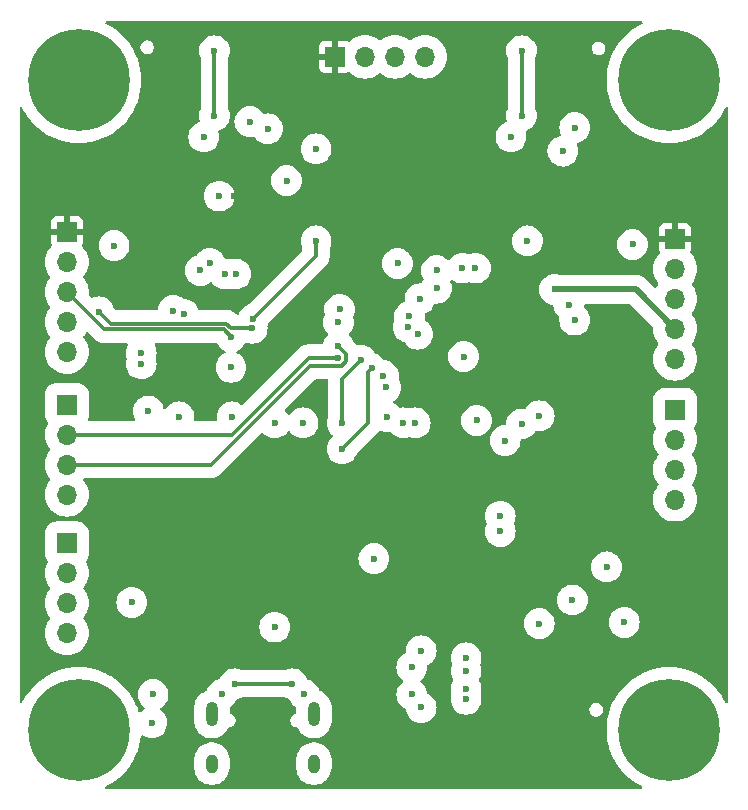
<source format=gbr>
%TF.GenerationSoftware,KiCad,Pcbnew,8.0.6*%
%TF.CreationDate,2024-12-26T00:35:44-06:00*%
%TF.ProjectId,KiCAD_MCPtest,4b694341-445f-44d4-9350-746573742e6b,rev?*%
%TF.SameCoordinates,Original*%
%TF.FileFunction,Copper,L4,Bot*%
%TF.FilePolarity,Positive*%
%FSLAX46Y46*%
G04 Gerber Fmt 4.6, Leading zero omitted, Abs format (unit mm)*
G04 Created by KiCad (PCBNEW 8.0.6) date 2024-12-26 00:35:44*
%MOMM*%
%LPD*%
G01*
G04 APERTURE LIST*
%TA.AperFunction,ComponentPad*%
%ADD10C,0.900000*%
%TD*%
%TA.AperFunction,ComponentPad*%
%ADD11C,8.600000*%
%TD*%
%TA.AperFunction,ComponentPad*%
%ADD12R,1.700000X1.700000*%
%TD*%
%TA.AperFunction,ComponentPad*%
%ADD13O,1.700000X1.700000*%
%TD*%
%TA.AperFunction,ComponentPad*%
%ADD14O,1.000000X2.100000*%
%TD*%
%TA.AperFunction,ComponentPad*%
%ADD15O,1.000000X1.600000*%
%TD*%
%TA.AperFunction,ViaPad*%
%ADD16C,0.600000*%
%TD*%
%TA.AperFunction,Conductor*%
%ADD17C,0.300000*%
%TD*%
%TA.AperFunction,Conductor*%
%ADD18C,0.500000*%
%TD*%
G04 APERTURE END LIST*
D10*
%TO.P,H1,1,1*%
%TO.N,GND*%
X101775000Y-48000000D03*
X102719581Y-45719581D03*
X102719581Y-50280419D03*
X105000000Y-44775000D03*
D11*
X105000000Y-48000000D03*
D10*
X105000000Y-51225000D03*
X107280419Y-45719581D03*
X107280419Y-50280419D03*
X108225000Y-48000000D03*
%TD*%
%TO.P,H3,1,1*%
%TO.N,GND*%
X151775000Y-103000000D03*
X152719581Y-100719581D03*
X152719581Y-105280419D03*
X155000000Y-99775000D03*
D11*
X155000000Y-103000000D03*
D10*
X155000000Y-106225000D03*
X157280419Y-100719581D03*
X157280419Y-105280419D03*
X158225000Y-103000000D03*
%TD*%
D12*
%TO.P,J1,1,Pin_1*%
%TO.N,+5V*%
X126700000Y-46000000D03*
D13*
%TO.P,J1,2,Pin_2*%
%TO.N,CANH*%
X129240000Y-46000000D03*
%TO.P,J1,3,Pin_3*%
%TO.N,CANL*%
X131780000Y-46000000D03*
%TO.P,J1,4,Pin_4*%
%TO.N,GND*%
X134320000Y-46000000D03*
%TD*%
D12*
%TO.P,J3,1,Pin_1*%
%TO.N,+5V*%
X104000000Y-60840000D03*
D13*
%TO.P,J3,2,Pin_2*%
%TO.N,+3V3*%
X104000000Y-63380000D03*
%TO.P,J3,3,Pin_3*%
%TO.N,SWDIO*%
X104000000Y-65920000D03*
%TO.P,J3,4,Pin_4*%
%TO.N,SWCLK*%
X104000000Y-68460000D03*
%TO.P,J3,5,Pin_5*%
%TO.N,GND*%
X104000000Y-71000000D03*
%TD*%
D14*
%TO.P,J7,S1,SHIELD*%
%TO.N,GND*%
X116280000Y-101670000D03*
D15*
X116280000Y-105850000D03*
D14*
X124920000Y-101670000D03*
D15*
X124920000Y-105850000D03*
%TD*%
D12*
%TO.P,J5,1,Pin_1*%
%TO.N,+5V*%
X155500000Y-61420000D03*
D13*
%TO.P,J5,2,Pin_2*%
%TO.N,+3V3*%
X155500000Y-63960000D03*
%TO.P,J5,3,Pin_3*%
%TO.N,SWDIO2*%
X155500000Y-66500000D03*
%TO.P,J5,4,Pin_4*%
%TO.N,SWCLK2*%
X155500000Y-69040000D03*
%TO.P,J5,5,Pin_5*%
%TO.N,GND*%
X155500000Y-71580000D03*
%TD*%
D12*
%TO.P,J6,1,Pin_1*%
%TO.N,+3V3*%
X155500000Y-75880000D03*
D13*
%TO.P,J6,2,Pin_2*%
%TO.N,USART1_TX2*%
X155500000Y-78420000D03*
%TO.P,J6,3,Pin_3*%
%TO.N,USART1_RX2*%
X155500000Y-80960000D03*
%TO.P,J6,4,Pin_4*%
%TO.N,GND*%
X155500000Y-83500000D03*
%TD*%
D10*
%TO.P,H2,1,1*%
%TO.N,GND*%
X151775000Y-48000000D03*
X152719581Y-45719581D03*
X152719581Y-50280419D03*
X155000000Y-44775000D03*
D11*
X155000000Y-48000000D03*
D10*
X155000000Y-51225000D03*
X157280419Y-45719581D03*
X157280419Y-50280419D03*
X158225000Y-48000000D03*
%TD*%
D12*
%TO.P,J4,1,Pin_1*%
%TO.N,+3V3*%
X104000000Y-75460000D03*
D13*
%TO.P,J4,2,Pin_2*%
%TO.N,USART1_TX*%
X104000000Y-78000000D03*
%TO.P,J4,3,Pin_3*%
%TO.N,USART1_RX*%
X104000000Y-80540000D03*
%TO.P,J4,4,Pin_4*%
%TO.N,GND*%
X104000000Y-83080000D03*
%TD*%
D12*
%TO.P,J2,1,Pin_1*%
%TO.N,+3V3*%
X104000000Y-87200000D03*
D13*
%TO.P,J2,2,Pin_2*%
%TO.N,I2C1_SCL*%
X104000000Y-89740000D03*
%TO.P,J2,3,Pin_3*%
%TO.N,I2C1_SDA*%
X104000000Y-92280000D03*
%TO.P,J2,4,Pin_4*%
%TO.N,GND*%
X104000000Y-94820000D03*
%TD*%
D10*
%TO.P,H4,1,1*%
%TO.N,GND*%
X101775000Y-103000000D03*
X102719581Y-100719581D03*
X102719581Y-105280419D03*
X105000000Y-99775000D03*
D11*
X105000000Y-103000000D03*
D10*
X105000000Y-106225000D03*
X107280419Y-100719581D03*
X107280419Y-105280419D03*
X108225000Y-103000000D03*
%TD*%
D16*
%TO.N,+3V3*%
X134000000Y-101100000D03*
X124000000Y-77000000D03*
X144000000Y-76400000D03*
X131100000Y-76500000D03*
X117400000Y-64400000D03*
X133200000Y-100000000D03*
X109500000Y-92200000D03*
X125100000Y-53800000D03*
X141100000Y-78500000D03*
X121600000Y-77000000D03*
X110900000Y-76000000D03*
X146500000Y-67000000D03*
X127100000Y-67400000D03*
X133200000Y-97700000D03*
X146800000Y-92000000D03*
X113900000Y-67800000D03*
X134000000Y-96300000D03*
X135300000Y-65600000D03*
X119500000Y-51500000D03*
X137500000Y-63900000D03*
X146000000Y-54000000D03*
%TO.N,GND*%
X110300000Y-71100000D03*
X111300000Y-100000000D03*
X124100000Y-100000000D03*
X140700000Y-84900000D03*
X117100000Y-100000000D03*
X137800000Y-99500000D03*
X108000000Y-62000000D03*
X149700000Y-89200000D03*
X133900000Y-66500000D03*
X118000000Y-76500000D03*
X137600000Y-71400000D03*
X115600000Y-52800000D03*
X147000000Y-68300000D03*
X137800000Y-100400000D03*
X121000000Y-52100000D03*
X122600000Y-56500000D03*
X133700000Y-69500000D03*
X132900000Y-68900000D03*
X135300000Y-64100000D03*
X141600000Y-52800000D03*
X121600000Y-94300000D03*
X143000000Y-61600000D03*
X137800000Y-96900000D03*
X138700000Y-76800000D03*
X140700000Y-86200000D03*
X133000000Y-68000000D03*
X132000000Y-63500000D03*
X144000000Y-94000000D03*
X115300000Y-64100000D03*
X127000000Y-68500000D03*
X133500000Y-77000000D03*
X116900000Y-57800000D03*
X151900000Y-61900000D03*
X116100000Y-63500000D03*
X130000000Y-88500000D03*
X137800000Y-98000000D03*
X111200000Y-102400000D03*
X138600000Y-63900000D03*
X110300000Y-72000000D03*
X113000000Y-67500000D03*
X132500000Y-77000000D03*
X131000000Y-74000000D03*
X147000000Y-52000000D03*
X118300000Y-64400000D03*
X117900000Y-72300000D03*
X130800000Y-73000000D03*
X151200000Y-93900000D03*
X142500000Y-77100000D03*
X113500000Y-76500000D03*
%TO.N,SWCLK*%
X106700000Y-67600000D03*
X119700000Y-69000000D03*
%TO.N,SWDIO*%
X117900000Y-69700000D03*
%TO.N,+5V*%
X121500000Y-92200000D03*
X145800000Y-89175000D03*
X147500000Y-88500000D03*
X126100000Y-95600000D03*
X125000000Y-95600000D03*
X144100000Y-57800000D03*
X118135000Y-57800000D03*
%TO.N,SWCLK2*%
X145300000Y-65700000D03*
%TO.N,I2C1_SDA*%
X127300000Y-79200000D03*
X129800000Y-72400000D03*
%TO.N,I2C1_SCL*%
X127300000Y-77000000D03*
X128900000Y-71700000D03*
%TO.N,USART1_RX*%
X127000000Y-70500000D03*
%TO.N,USART1_TX*%
X127000000Y-71500000D03*
%TO.N,CANH*%
X116500000Y-51000000D03*
X142500000Y-51000000D03*
X142500000Y-45500000D03*
X116500000Y-45500000D03*
%TO.N,Net-(F1-Pad1)*%
X118200000Y-99100000D03*
X123100000Y-99100000D03*
%TO.N,BOOT0*%
X119800000Y-68200000D03*
X125100000Y-61600000D03*
%TD*%
D17*
%TO.N,SWCLK*%
X117507107Y-68600000D02*
X107700000Y-68600000D01*
X119700000Y-69000000D02*
X117907107Y-69000000D01*
X117907107Y-69000000D02*
X117507107Y-68600000D01*
X107700000Y-68600000D02*
X106700000Y-67600000D01*
%TO.N,SWDIO*%
X117300000Y-69100000D02*
X107180000Y-69100000D01*
X117900000Y-69700000D02*
X117300000Y-69100000D01*
X107180000Y-69100000D02*
X104000000Y-65920000D01*
D18*
%TO.N,SWCLK2*%
X155500000Y-69040000D02*
X152160000Y-65700000D01*
X152160000Y-65700000D02*
X151200000Y-65700000D01*
X151200000Y-65700000D02*
X145300000Y-65700000D01*
D17*
%TO.N,I2C1_SDA*%
X129500000Y-72700000D02*
X129500000Y-77000000D01*
X129800000Y-72400000D02*
X129500000Y-72700000D01*
X129500000Y-77000000D02*
X127300000Y-79200000D01*
%TO.N,I2C1_SCL*%
X128900000Y-71700000D02*
X127300000Y-73300000D01*
X127300000Y-73300000D02*
X127300000Y-77000000D01*
%TO.N,USART1_RX*%
X116167106Y-80540000D02*
X104000000Y-80540000D01*
X127269239Y-72150000D02*
X124557106Y-72150000D01*
X127650000Y-71769239D02*
X127269239Y-72150000D01*
X127000000Y-70500000D02*
X127650000Y-71150000D01*
X127650000Y-71150000D02*
X127650000Y-71769239D01*
X124557106Y-72150000D02*
X116167106Y-80540000D01*
%TO.N,USART1_TX*%
X127000000Y-71500000D02*
X124500000Y-71500000D01*
X124500000Y-71500000D02*
X118000000Y-78000000D01*
X118000000Y-78000000D02*
X104000000Y-78000000D01*
%TO.N,CANH*%
X116500000Y-51000000D02*
X116500000Y-45500000D01*
X142500000Y-51000000D02*
X142500000Y-45500000D01*
%TO.N,Net-(F1-Pad1)*%
X118200000Y-99100000D02*
X123100000Y-99100000D01*
%TO.N,BOOT0*%
X119800000Y-68200000D02*
X125100000Y-62900000D01*
X125100000Y-62900000D02*
X125100000Y-61600000D01*
%TD*%
%TA.AperFunction,Conductor*%
%TO.N,+5V*%
G36*
X152686013Y-43019685D02*
G01*
X152731768Y-43072489D01*
X152741712Y-43141647D01*
X152712687Y-43205203D01*
X152676231Y-43233989D01*
X152347234Y-43405253D01*
X151956857Y-43653950D01*
X151589664Y-43935707D01*
X151589659Y-43935711D01*
X151248411Y-44248408D01*
X151248408Y-44248411D01*
X150935711Y-44589659D01*
X150935707Y-44589664D01*
X150653950Y-44956857D01*
X150405253Y-45347234D01*
X150191540Y-45757773D01*
X150014414Y-46185395D01*
X149875233Y-46626817D01*
X149775052Y-47078704D01*
X149775051Y-47078713D01*
X149714638Y-47537592D01*
X149694450Y-48000000D01*
X149714638Y-48462407D01*
X149775051Y-48921286D01*
X149775052Y-48921295D01*
X149875233Y-49373182D01*
X150014414Y-49814604D01*
X150191540Y-50242226D01*
X150405253Y-50652765D01*
X150405257Y-50652771D01*
X150405259Y-50652775D01*
X150431861Y-50694532D01*
X150653950Y-51043142D01*
X150935707Y-51410335D01*
X150935711Y-51410340D01*
X151248408Y-51751588D01*
X151248411Y-51751591D01*
X151589659Y-52064288D01*
X151589664Y-52064292D01*
X151956857Y-52346049D01*
X151956862Y-52346052D01*
X152347225Y-52594741D01*
X152347231Y-52594744D01*
X152347234Y-52594746D01*
X152757773Y-52808459D01*
X152757778Y-52808461D01*
X153185395Y-52985586D01*
X153626823Y-53124768D01*
X154078701Y-53224947D01*
X154537591Y-53285361D01*
X155000000Y-53305550D01*
X155462409Y-53285361D01*
X155921299Y-53224947D01*
X156373177Y-53124768D01*
X156814605Y-52985586D01*
X157242222Y-52808461D01*
X157258476Y-52800000D01*
X157482168Y-52683553D01*
X157652775Y-52594741D01*
X158043138Y-52346052D01*
X158068369Y-52326692D01*
X158302201Y-52147266D01*
X158410342Y-52064287D01*
X158751590Y-51751590D01*
X159064287Y-51410342D01*
X159346052Y-51043138D01*
X159594741Y-50652775D01*
X159742240Y-50369431D01*
X159766011Y-50323768D01*
X159814426Y-50273393D01*
X159882391Y-50257190D01*
X159948327Y-50280304D01*
X159991299Y-50335396D01*
X160000000Y-50381025D01*
X160000000Y-100618974D01*
X159980315Y-100686013D01*
X159927511Y-100731768D01*
X159858353Y-100741712D01*
X159794797Y-100712687D01*
X159766011Y-100676231D01*
X159594746Y-100347234D01*
X159594744Y-100347231D01*
X159594741Y-100347225D01*
X159354060Y-99969432D01*
X159346049Y-99956857D01*
X159064292Y-99589664D01*
X159064288Y-99589659D01*
X158751591Y-99248411D01*
X158751588Y-99248408D01*
X158410340Y-98935711D01*
X158410335Y-98935707D01*
X158043142Y-98653950D01*
X157718714Y-98447267D01*
X157652775Y-98405259D01*
X157652771Y-98405257D01*
X157652765Y-98405253D01*
X157242226Y-98191540D01*
X156979977Y-98082913D01*
X156814605Y-98014414D01*
X156608725Y-97949500D01*
X156373182Y-97875233D01*
X155921295Y-97775052D01*
X155921286Y-97775051D01*
X155462407Y-97714638D01*
X155000000Y-97694450D01*
X154537592Y-97714638D01*
X154078713Y-97775051D01*
X154078704Y-97775052D01*
X153626817Y-97875233D01*
X153185395Y-98014414D01*
X152757773Y-98191540D01*
X152347234Y-98405253D01*
X151956857Y-98653950D01*
X151589664Y-98935707D01*
X151589659Y-98935711D01*
X151248411Y-99248408D01*
X151248408Y-99248411D01*
X150935711Y-99589659D01*
X150935707Y-99589664D01*
X150653950Y-99956857D01*
X150405253Y-100347234D01*
X150191540Y-100757773D01*
X150014414Y-101185395D01*
X149875233Y-101626817D01*
X149775052Y-102078704D01*
X149775051Y-102078713D01*
X149714638Y-102537592D01*
X149694450Y-103000000D01*
X149714638Y-103462407D01*
X149775051Y-103921286D01*
X149775052Y-103921295D01*
X149875233Y-104373182D01*
X149938075Y-104572490D01*
X149998321Y-104763566D01*
X150014414Y-104814604D01*
X150191540Y-105242226D01*
X150405253Y-105652765D01*
X150653950Y-106043142D01*
X150935707Y-106410335D01*
X150935711Y-106410340D01*
X151248408Y-106751588D01*
X151248411Y-106751591D01*
X151589659Y-107064288D01*
X151589664Y-107064292D01*
X151956857Y-107346049D01*
X151956862Y-107346052D01*
X152347225Y-107594741D01*
X152347231Y-107594744D01*
X152347234Y-107594746D01*
X152676231Y-107766011D01*
X152726606Y-107814426D01*
X152742809Y-107882391D01*
X152719695Y-107948327D01*
X152664603Y-107991300D01*
X152618974Y-108000000D01*
X107381026Y-108000000D01*
X107313987Y-107980315D01*
X107268232Y-107927511D01*
X107258288Y-107858353D01*
X107287313Y-107794797D01*
X107323769Y-107766011D01*
X107652765Y-107594746D01*
X107652775Y-107594741D01*
X108043138Y-107346052D01*
X108410342Y-107064287D01*
X108751590Y-106751590D01*
X109064287Y-106410342D01*
X109346052Y-106043138D01*
X109594741Y-105652775D01*
X109709720Y-105431902D01*
X114779500Y-105431902D01*
X114779500Y-106268097D01*
X114816446Y-106501368D01*
X114889433Y-106725996D01*
X114996657Y-106936433D01*
X115135483Y-107127510D01*
X115302490Y-107294517D01*
X115493567Y-107433343D01*
X115592991Y-107484002D01*
X115704003Y-107540566D01*
X115704005Y-107540566D01*
X115704008Y-107540568D01*
X115824412Y-107579689D01*
X115928631Y-107613553D01*
X116161903Y-107650500D01*
X116161908Y-107650500D01*
X116398097Y-107650500D01*
X116631368Y-107613553D01*
X116855992Y-107540568D01*
X117066433Y-107433343D01*
X117257510Y-107294517D01*
X117424517Y-107127510D01*
X117563343Y-106936433D01*
X117670568Y-106725992D01*
X117743553Y-106501368D01*
X117757970Y-106410342D01*
X117780500Y-106268097D01*
X117780500Y-105431902D01*
X123419500Y-105431902D01*
X123419500Y-106268097D01*
X123456446Y-106501368D01*
X123529433Y-106725996D01*
X123636657Y-106936433D01*
X123775483Y-107127510D01*
X123942490Y-107294517D01*
X124133567Y-107433343D01*
X124232991Y-107484002D01*
X124344003Y-107540566D01*
X124344005Y-107540566D01*
X124344008Y-107540568D01*
X124464412Y-107579689D01*
X124568631Y-107613553D01*
X124801903Y-107650500D01*
X124801908Y-107650500D01*
X125038097Y-107650500D01*
X125271368Y-107613553D01*
X125495992Y-107540568D01*
X125706433Y-107433343D01*
X125897510Y-107294517D01*
X126064517Y-107127510D01*
X126203343Y-106936433D01*
X126310568Y-106725992D01*
X126383553Y-106501368D01*
X126397970Y-106410342D01*
X126420500Y-106268097D01*
X126420500Y-105431902D01*
X126383553Y-105198631D01*
X126310566Y-104974003D01*
X126229348Y-104814605D01*
X126203343Y-104763567D01*
X126064517Y-104572490D01*
X125897510Y-104405483D01*
X125706433Y-104266657D01*
X125495996Y-104159433D01*
X125271368Y-104086446D01*
X125038097Y-104049500D01*
X125038092Y-104049500D01*
X124801908Y-104049500D01*
X124801903Y-104049500D01*
X124568631Y-104086446D01*
X124344003Y-104159433D01*
X124133566Y-104266657D01*
X124024550Y-104345862D01*
X123942490Y-104405483D01*
X123942488Y-104405485D01*
X123942487Y-104405485D01*
X123775485Y-104572487D01*
X123775485Y-104572488D01*
X123775483Y-104572490D01*
X123715862Y-104654550D01*
X123636657Y-104763566D01*
X123529433Y-104974003D01*
X123456446Y-105198631D01*
X123419500Y-105431902D01*
X117780500Y-105431902D01*
X117743553Y-105198631D01*
X117670566Y-104974003D01*
X117589348Y-104814605D01*
X117563343Y-104763567D01*
X117424517Y-104572490D01*
X117257510Y-104405483D01*
X117066433Y-104266657D01*
X116855996Y-104159433D01*
X116631368Y-104086446D01*
X116398097Y-104049500D01*
X116398092Y-104049500D01*
X116161908Y-104049500D01*
X116161903Y-104049500D01*
X115928631Y-104086446D01*
X115704003Y-104159433D01*
X115493566Y-104266657D01*
X115384550Y-104345862D01*
X115302490Y-104405483D01*
X115302488Y-104405485D01*
X115302487Y-104405485D01*
X115135485Y-104572487D01*
X115135485Y-104572488D01*
X115135483Y-104572490D01*
X115075862Y-104654550D01*
X114996657Y-104763566D01*
X114889433Y-104974003D01*
X114816446Y-105198631D01*
X114779500Y-105431902D01*
X109709720Y-105431902D01*
X109808461Y-105242222D01*
X109985586Y-104814605D01*
X110124768Y-104373177D01*
X110224947Y-103921299D01*
X110272578Y-103559501D01*
X110300844Y-103495606D01*
X110359169Y-103457135D01*
X110429033Y-103456304D01*
X110466637Y-103474111D01*
X110547266Y-103530568D01*
X110753504Y-103626739D01*
X110973308Y-103685635D01*
X111135230Y-103699801D01*
X111199998Y-103705468D01*
X111200000Y-103705468D01*
X111200002Y-103705468D01*
X111256673Y-103700509D01*
X111426692Y-103685635D01*
X111646496Y-103626739D01*
X111852734Y-103530568D01*
X112039139Y-103400047D01*
X112200047Y-103239139D01*
X112330568Y-103052734D01*
X112426739Y-102846496D01*
X112485635Y-102626692D01*
X112505468Y-102400000D01*
X112485635Y-102173308D01*
X112440916Y-102006415D01*
X112426741Y-101953511D01*
X112426738Y-101953502D01*
X112371222Y-101834448D01*
X112330568Y-101747266D01*
X112200047Y-101560861D01*
X112200045Y-101560858D01*
X112039140Y-101399953D01*
X111948639Y-101336584D01*
X111905014Y-101282007D01*
X111897820Y-101212509D01*
X111929343Y-101150154D01*
X111948640Y-101133433D01*
X111952727Y-101130571D01*
X111952734Y-101130568D01*
X112136490Y-101001902D01*
X114779500Y-101001902D01*
X114779500Y-102338097D01*
X114816446Y-102571368D01*
X114889433Y-102795996D01*
X114993379Y-103000000D01*
X114996657Y-103006433D01*
X115135483Y-103197510D01*
X115302490Y-103364517D01*
X115493567Y-103503343D01*
X115592991Y-103554002D01*
X115704003Y-103610566D01*
X115704005Y-103610566D01*
X115704008Y-103610568D01*
X115824412Y-103649689D01*
X115928631Y-103683553D01*
X116161903Y-103720500D01*
X116161908Y-103720500D01*
X116398097Y-103720500D01*
X116631368Y-103683553D01*
X116855992Y-103610568D01*
X117066433Y-103503343D01*
X117257510Y-103364517D01*
X117424517Y-103197510D01*
X117563343Y-103006433D01*
X117631798Y-102872080D01*
X117646512Y-102843205D01*
X117694487Y-102792409D01*
X117756997Y-102775500D01*
X117785764Y-102775500D01*
X117785766Y-102775500D01*
X117932135Y-102736281D01*
X118063365Y-102660515D01*
X118170515Y-102553365D01*
X118246281Y-102422135D01*
X118285500Y-102275766D01*
X118285500Y-102124234D01*
X118246281Y-101977865D01*
X118170515Y-101846635D01*
X118063365Y-101739485D01*
X117932135Y-101663719D01*
X117872405Y-101647714D01*
X117812746Y-101611350D01*
X117782217Y-101548502D01*
X117780500Y-101527940D01*
X117780500Y-101175676D01*
X117800185Y-101108637D01*
X117833375Y-101074102D01*
X117939139Y-101000047D01*
X118100047Y-100839139D01*
X118230568Y-100652734D01*
X118321819Y-100457044D01*
X118367991Y-100404607D01*
X118421369Y-100386606D01*
X118421364Y-100386574D01*
X118421576Y-100386536D01*
X118423394Y-100385923D01*
X118426692Y-100385635D01*
X118646496Y-100326739D01*
X118785075Y-100262117D01*
X118837480Y-100250500D01*
X122462520Y-100250500D01*
X122514924Y-100262117D01*
X122653504Y-100326739D01*
X122653510Y-100326740D01*
X122653511Y-100326741D01*
X122786535Y-100362384D01*
X122846195Y-100398749D01*
X122869807Y-100441984D01*
X122871407Y-100441402D01*
X122873261Y-100446497D01*
X122969431Y-100652732D01*
X122969432Y-100652734D01*
X123099954Y-100839141D01*
X123260857Y-101000044D01*
X123260860Y-101000046D01*
X123260861Y-101000047D01*
X123366623Y-101074101D01*
X123410248Y-101128677D01*
X123419500Y-101175676D01*
X123419500Y-101527940D01*
X123399815Y-101594979D01*
X123347011Y-101640734D01*
X123327595Y-101647714D01*
X123267865Y-101663719D01*
X123267863Y-101663719D01*
X123267863Y-101663720D01*
X123136635Y-101739485D01*
X123136632Y-101739487D01*
X123029487Y-101846632D01*
X123029485Y-101846635D01*
X122953719Y-101977863D01*
X122914500Y-102124234D01*
X122914500Y-102275765D01*
X122953719Y-102422136D01*
X122991602Y-102487750D01*
X123029485Y-102553365D01*
X123136635Y-102660515D01*
X123267865Y-102736281D01*
X123414234Y-102775500D01*
X123443003Y-102775500D01*
X123510042Y-102795185D01*
X123553488Y-102843205D01*
X123633379Y-103000000D01*
X123636657Y-103006433D01*
X123775483Y-103197510D01*
X123942490Y-103364517D01*
X124133567Y-103503343D01*
X124232991Y-103554002D01*
X124344003Y-103610566D01*
X124344005Y-103610566D01*
X124344008Y-103610568D01*
X124464412Y-103649689D01*
X124568631Y-103683553D01*
X124801903Y-103720500D01*
X124801908Y-103720500D01*
X125038097Y-103720500D01*
X125271368Y-103683553D01*
X125495992Y-103610568D01*
X125706433Y-103503343D01*
X125897510Y-103364517D01*
X126064517Y-103197510D01*
X126203343Y-103006433D01*
X126310568Y-102795992D01*
X126383553Y-102571368D01*
X126407189Y-102422136D01*
X126420500Y-102338097D01*
X126420500Y-101001902D01*
X126383553Y-100768631D01*
X126346148Y-100653511D01*
X126310568Y-100544008D01*
X126310566Y-100544005D01*
X126310566Y-100544003D01*
X126233691Y-100393128D01*
X126203343Y-100333567D01*
X126064517Y-100142490D01*
X125897510Y-99975483D01*
X125706433Y-99836657D01*
X125683983Y-99825218D01*
X125495996Y-99729433D01*
X125464321Y-99719141D01*
X125426261Y-99706775D01*
X125368588Y-99667338D01*
X125344807Y-99620937D01*
X125326742Y-99553513D01*
X125326738Y-99553503D01*
X125230568Y-99347266D01*
X125100047Y-99160861D01*
X125100045Y-99160858D01*
X124939141Y-98999954D01*
X124752734Y-98869432D01*
X124752732Y-98869431D01*
X124546497Y-98773261D01*
X124546488Y-98773258D01*
X124413464Y-98737615D01*
X124353803Y-98701250D01*
X124330197Y-98658010D01*
X124328592Y-98658595D01*
X124326739Y-98653504D01*
X124230568Y-98447267D01*
X124230567Y-98447265D01*
X124230029Y-98446497D01*
X124100047Y-98260861D01*
X124100045Y-98260858D01*
X123939141Y-98099954D01*
X123752734Y-97969432D01*
X123752732Y-97969431D01*
X123546497Y-97873261D01*
X123546488Y-97873258D01*
X123326697Y-97814366D01*
X123326693Y-97814365D01*
X123326692Y-97814365D01*
X123326691Y-97814364D01*
X123326686Y-97814364D01*
X123100002Y-97794532D01*
X123099998Y-97794532D01*
X122873313Y-97814364D01*
X122873302Y-97814366D01*
X122653511Y-97873258D01*
X122653504Y-97873260D01*
X122653504Y-97873261D01*
X122538935Y-97926686D01*
X122514925Y-97937882D01*
X122462520Y-97949500D01*
X118837480Y-97949500D01*
X118785075Y-97937882D01*
X118761078Y-97926692D01*
X118646496Y-97873261D01*
X118646492Y-97873260D01*
X118646488Y-97873258D01*
X118426697Y-97814366D01*
X118426693Y-97814365D01*
X118426692Y-97814365D01*
X118426691Y-97814364D01*
X118426686Y-97814364D01*
X118200002Y-97794532D01*
X118199998Y-97794532D01*
X117973313Y-97814364D01*
X117973302Y-97814366D01*
X117753511Y-97873258D01*
X117753502Y-97873261D01*
X117547267Y-97969431D01*
X117547265Y-97969432D01*
X117360858Y-98099954D01*
X117199954Y-98260858D01*
X117069432Y-98447265D01*
X117069431Y-98447267D01*
X116978181Y-98642953D01*
X116932008Y-98695392D01*
X116878631Y-98713394D01*
X116878637Y-98713426D01*
X116878430Y-98713462D01*
X116876614Y-98714075D01*
X116873320Y-98714363D01*
X116873302Y-98714366D01*
X116653511Y-98773258D01*
X116653502Y-98773261D01*
X116447267Y-98869431D01*
X116447265Y-98869432D01*
X116260858Y-98999954D01*
X116099954Y-99160858D01*
X115969432Y-99347265D01*
X115969431Y-99347267D01*
X115873261Y-99553503D01*
X115855190Y-99620941D01*
X115818824Y-99680601D01*
X115773736Y-99706775D01*
X115712459Y-99726686D01*
X115704002Y-99729434D01*
X115493566Y-99836657D01*
X115411147Y-99896539D01*
X115302490Y-99975483D01*
X115302488Y-99975485D01*
X115302487Y-99975485D01*
X115135485Y-100142487D01*
X115135485Y-100142488D01*
X115135483Y-100142490D01*
X115113089Y-100173313D01*
X114996657Y-100333566D01*
X114889433Y-100544003D01*
X114816446Y-100768631D01*
X114779500Y-101001902D01*
X112136490Y-101001902D01*
X112139139Y-101000047D01*
X112300047Y-100839139D01*
X112430568Y-100652734D01*
X112526739Y-100446496D01*
X112585635Y-100226692D01*
X112605468Y-100000000D01*
X112603901Y-99982094D01*
X112591177Y-99836657D01*
X112585635Y-99773308D01*
X112536426Y-99589658D01*
X112526741Y-99553511D01*
X112526738Y-99553503D01*
X112430568Y-99347266D01*
X112300047Y-99160861D01*
X112300045Y-99160858D01*
X112139141Y-98999954D01*
X111952734Y-98869432D01*
X111952732Y-98869431D01*
X111746497Y-98773261D01*
X111746488Y-98773258D01*
X111526697Y-98714366D01*
X111526693Y-98714365D01*
X111526692Y-98714365D01*
X111526691Y-98714364D01*
X111526686Y-98714364D01*
X111300002Y-98694532D01*
X111299998Y-98694532D01*
X111073313Y-98714364D01*
X111073302Y-98714366D01*
X110853511Y-98773258D01*
X110853502Y-98773261D01*
X110647267Y-98869431D01*
X110647265Y-98869432D01*
X110460858Y-98999954D01*
X110299954Y-99160858D01*
X110169432Y-99347265D01*
X110169431Y-99347267D01*
X110073261Y-99553502D01*
X110073258Y-99553511D01*
X110014366Y-99773302D01*
X110014364Y-99773313D01*
X109994532Y-99999998D01*
X109994532Y-100000001D01*
X110014364Y-100226686D01*
X110014366Y-100226697D01*
X110073258Y-100446488D01*
X110073261Y-100446497D01*
X110169431Y-100652732D01*
X110169432Y-100652734D01*
X110299954Y-100839141D01*
X110460858Y-101000045D01*
X110551360Y-101063415D01*
X110594985Y-101117992D01*
X110602179Y-101187490D01*
X110570656Y-101249845D01*
X110551360Y-101266565D01*
X110360862Y-101399951D01*
X110271472Y-101489341D01*
X110210148Y-101522825D01*
X110140457Y-101517841D01*
X110084523Y-101475969D01*
X110065530Y-101438946D01*
X109985586Y-101185395D01*
X109812957Y-100768632D01*
X109808459Y-100757773D01*
X109594746Y-100347234D01*
X109594744Y-100347231D01*
X109594741Y-100347225D01*
X109354060Y-99969432D01*
X109346049Y-99956857D01*
X109064292Y-99589664D01*
X109064288Y-99589659D01*
X108751591Y-99248411D01*
X108751588Y-99248408D01*
X108410340Y-98935711D01*
X108410335Y-98935707D01*
X108043142Y-98653950D01*
X107718714Y-98447267D01*
X107652775Y-98405259D01*
X107652771Y-98405257D01*
X107652765Y-98405253D01*
X107242226Y-98191540D01*
X106979977Y-98082913D01*
X106814605Y-98014414D01*
X106608725Y-97949500D01*
X106373182Y-97875233D01*
X105921295Y-97775052D01*
X105921286Y-97775051D01*
X105462407Y-97714638D01*
X105127077Y-97699998D01*
X131894532Y-97699998D01*
X131894532Y-97700001D01*
X131914364Y-97926686D01*
X131914366Y-97926697D01*
X131973258Y-98146488D01*
X131973261Y-98146497D01*
X132069431Y-98352732D01*
X132069432Y-98352734D01*
X132199954Y-98539141D01*
X132360858Y-98700045D01*
X132429952Y-98748425D01*
X132473577Y-98803002D01*
X132480771Y-98872500D01*
X132449248Y-98934855D01*
X132429952Y-98951575D01*
X132360858Y-98999954D01*
X132199954Y-99160858D01*
X132069432Y-99347265D01*
X132069431Y-99347267D01*
X131973261Y-99553502D01*
X131973258Y-99553511D01*
X131914366Y-99773302D01*
X131914364Y-99773313D01*
X131894532Y-99999998D01*
X131894532Y-100000001D01*
X131914364Y-100226686D01*
X131914366Y-100226697D01*
X131973258Y-100446488D01*
X131973261Y-100446497D01*
X132069431Y-100652732D01*
X132069432Y-100652734D01*
X132199954Y-100839141D01*
X132360858Y-101000045D01*
X132360861Y-101000047D01*
X132547266Y-101130568D01*
X132638699Y-101173204D01*
X132691138Y-101219377D01*
X132709822Y-101274776D01*
X132714364Y-101326688D01*
X132714366Y-101326697D01*
X132773258Y-101546488D01*
X132773261Y-101546497D01*
X132869431Y-101752732D01*
X132869432Y-101752734D01*
X132999954Y-101939141D01*
X133160858Y-102100045D01*
X133160861Y-102100047D01*
X133347266Y-102230568D01*
X133553504Y-102326739D01*
X133773308Y-102385635D01*
X133935230Y-102399801D01*
X133999998Y-102405468D01*
X134000000Y-102405468D01*
X134000002Y-102405468D01*
X134062522Y-102399998D01*
X134226692Y-102385635D01*
X134446496Y-102326739D01*
X134652734Y-102230568D01*
X134839139Y-102100047D01*
X135000047Y-101939139D01*
X135130568Y-101752734D01*
X135226739Y-101546496D01*
X135285635Y-101326692D01*
X135305468Y-101100000D01*
X135303597Y-101078619D01*
X135296886Y-101001908D01*
X135285635Y-100873308D01*
X135226739Y-100653504D01*
X135130568Y-100447266D01*
X135000047Y-100260861D01*
X135000045Y-100260858D01*
X134839141Y-100099954D01*
X134652733Y-99969431D01*
X134561298Y-99926794D01*
X134508859Y-99880621D01*
X134490176Y-99825218D01*
X134485635Y-99773309D01*
X134485634Y-99773305D01*
X134473878Y-99729432D01*
X134436426Y-99589658D01*
X134426741Y-99553511D01*
X134426738Y-99553503D01*
X134330568Y-99347266D01*
X134200047Y-99160861D01*
X134200045Y-99160858D01*
X134039142Y-98999955D01*
X134029211Y-98993001D01*
X133970046Y-98951574D01*
X133926422Y-98896999D01*
X133919228Y-98827501D01*
X133950750Y-98765146D01*
X133970047Y-98748425D01*
X134039139Y-98700047D01*
X134200047Y-98539139D01*
X134330568Y-98352734D01*
X134426739Y-98146496D01*
X134485635Y-97926692D01*
X134505468Y-97700000D01*
X134496159Y-97593602D01*
X134509925Y-97525104D01*
X134558540Y-97474921D01*
X134567270Y-97470420D01*
X134652734Y-97430568D01*
X134839139Y-97300047D01*
X135000047Y-97139139D01*
X135130568Y-96952734D01*
X135155159Y-96899998D01*
X136494532Y-96899998D01*
X136494532Y-96900001D01*
X136514364Y-97126686D01*
X136514366Y-97126697D01*
X136573258Y-97346488D01*
X136573260Y-97346492D01*
X136573261Y-97346496D01*
X136597088Y-97397593D01*
X136597089Y-97397595D01*
X136607581Y-97466673D01*
X136597089Y-97502405D01*
X136573262Y-97553502D01*
X136573258Y-97553511D01*
X136514366Y-97773302D01*
X136514364Y-97773313D01*
X136494532Y-97999998D01*
X136494532Y-98000001D01*
X136514364Y-98226686D01*
X136514366Y-98226697D01*
X136573258Y-98446488D01*
X136573261Y-98446497D01*
X136669434Y-98652738D01*
X136669435Y-98652741D01*
X136687737Y-98678879D01*
X136710064Y-98745085D01*
X136693052Y-98812852D01*
X136687737Y-98821121D01*
X136669435Y-98847258D01*
X136669434Y-98847261D01*
X136573261Y-99053502D01*
X136573258Y-99053511D01*
X136514366Y-99273302D01*
X136514364Y-99273313D01*
X136494532Y-99499998D01*
X136494532Y-99500001D01*
X136514364Y-99726686D01*
X136514365Y-99726694D01*
X136526856Y-99773309D01*
X136565601Y-99917908D01*
X136565601Y-99982091D01*
X136543132Y-100065945D01*
X136514365Y-100173305D01*
X136514364Y-100173313D01*
X136494532Y-100399998D01*
X136494532Y-100400001D01*
X136514364Y-100626686D01*
X136514366Y-100626697D01*
X136573258Y-100846488D01*
X136573261Y-100846497D01*
X136669431Y-101052732D01*
X136669432Y-101052734D01*
X136799954Y-101239141D01*
X136960858Y-101400045D01*
X136960861Y-101400047D01*
X137147266Y-101530568D01*
X137353504Y-101626739D01*
X137573308Y-101685635D01*
X137735230Y-101699801D01*
X137799998Y-101705468D01*
X137800000Y-101705468D01*
X137800002Y-101705468D01*
X137856673Y-101700509D01*
X138026692Y-101685635D01*
X138246496Y-101626739D01*
X138452734Y-101530568D01*
X138639139Y-101400047D01*
X138800047Y-101239139D01*
X138810302Y-101224493D01*
X148250464Y-101224493D01*
X148250464Y-101375507D01*
X148267463Y-101438946D01*
X148289551Y-101521380D01*
X148312344Y-101560858D01*
X148365057Y-101652159D01*
X148471841Y-101758943D01*
X148563767Y-101812016D01*
X148602619Y-101834448D01*
X148602620Y-101834448D01*
X148602623Y-101834450D01*
X148748493Y-101873536D01*
X148899504Y-101873536D01*
X148899507Y-101873536D01*
X149045377Y-101834450D01*
X149176159Y-101758943D01*
X149282943Y-101652159D01*
X149358450Y-101521377D01*
X149397536Y-101375507D01*
X149400000Y-101300000D01*
X149397536Y-101224493D01*
X149358450Y-101078623D01*
X149282943Y-100947841D01*
X149176159Y-100841057D01*
X149137303Y-100818623D01*
X149045380Y-100765551D01*
X149045381Y-100765551D01*
X149016353Y-100757773D01*
X148899507Y-100726464D01*
X148899504Y-100726464D01*
X148748496Y-100726464D01*
X148748493Y-100726464D01*
X148631647Y-100757773D01*
X148602619Y-100765551D01*
X148471844Y-100841055D01*
X148471838Y-100841059D01*
X148365059Y-100947838D01*
X148365055Y-100947844D01*
X148289551Y-101078619D01*
X148289550Y-101078623D01*
X148250464Y-101224493D01*
X138810302Y-101224493D01*
X138930568Y-101052734D01*
X139026739Y-100846496D01*
X139085635Y-100626692D01*
X139105468Y-100400000D01*
X139104293Y-100386574D01*
X139093295Y-100260861D01*
X139085635Y-100173308D01*
X139034398Y-99982087D01*
X139034398Y-99917912D01*
X139085635Y-99726692D01*
X139105468Y-99500000D01*
X139085635Y-99273308D01*
X139026739Y-99053504D01*
X138930568Y-98847266D01*
X138912260Y-98821120D01*
X138889935Y-98754918D01*
X138906945Y-98687150D01*
X138912247Y-98678898D01*
X138930568Y-98652734D01*
X139026739Y-98446496D01*
X139085635Y-98226692D01*
X139105468Y-98000000D01*
X139085635Y-97773308D01*
X139026739Y-97553504D01*
X139002910Y-97502405D01*
X138992418Y-97433330D01*
X139002910Y-97397595D01*
X139026739Y-97346496D01*
X139085635Y-97126692D01*
X139105468Y-96900000D01*
X139085635Y-96673308D01*
X139026739Y-96453504D01*
X138930568Y-96247266D01*
X138800047Y-96060861D01*
X138800045Y-96060858D01*
X138639141Y-95899954D01*
X138452734Y-95769432D01*
X138452732Y-95769431D01*
X138246497Y-95673261D01*
X138246488Y-95673258D01*
X138026697Y-95614366D01*
X138026693Y-95614365D01*
X138026692Y-95614365D01*
X138026691Y-95614364D01*
X138026686Y-95614364D01*
X137800002Y-95594532D01*
X137799998Y-95594532D01*
X137573313Y-95614364D01*
X137573302Y-95614366D01*
X137353511Y-95673258D01*
X137353502Y-95673261D01*
X137147267Y-95769431D01*
X137147265Y-95769432D01*
X136960858Y-95899954D01*
X136799954Y-96060858D01*
X136669432Y-96247265D01*
X136669431Y-96247267D01*
X136573261Y-96453502D01*
X136573258Y-96453511D01*
X136514366Y-96673302D01*
X136514364Y-96673313D01*
X136494532Y-96899998D01*
X135155159Y-96899998D01*
X135226739Y-96746496D01*
X135285635Y-96526692D01*
X135305468Y-96300000D01*
X135285635Y-96073308D01*
X135226739Y-95853504D01*
X135130568Y-95647266D01*
X135000047Y-95460861D01*
X135000045Y-95460858D01*
X134839141Y-95299954D01*
X134652734Y-95169432D01*
X134652732Y-95169431D01*
X134446497Y-95073261D01*
X134446488Y-95073258D01*
X134226697Y-95014366D01*
X134226693Y-95014365D01*
X134226692Y-95014365D01*
X134226691Y-95014364D01*
X134226686Y-95014364D01*
X134000002Y-94994532D01*
X133999998Y-94994532D01*
X133773313Y-95014364D01*
X133773302Y-95014366D01*
X133553511Y-95073258D01*
X133553502Y-95073261D01*
X133347267Y-95169431D01*
X133347265Y-95169432D01*
X133160858Y-95299954D01*
X132999954Y-95460858D01*
X132869432Y-95647265D01*
X132869431Y-95647267D01*
X132773261Y-95853502D01*
X132773258Y-95853511D01*
X132714366Y-96073302D01*
X132714364Y-96073313D01*
X132694532Y-96299998D01*
X132694532Y-96300003D01*
X132703839Y-96406396D01*
X132690072Y-96474896D01*
X132641456Y-96525078D01*
X132632718Y-96529583D01*
X132547267Y-96569430D01*
X132547264Y-96569432D01*
X132360858Y-96699954D01*
X132199954Y-96860858D01*
X132069432Y-97047265D01*
X132069431Y-97047267D01*
X131973261Y-97253502D01*
X131973258Y-97253511D01*
X131914366Y-97473302D01*
X131914364Y-97473313D01*
X131894532Y-97699998D01*
X105127077Y-97699998D01*
X105000000Y-97694450D01*
X104537592Y-97714638D01*
X104078713Y-97775051D01*
X104078704Y-97775052D01*
X103626817Y-97875233D01*
X103185395Y-98014414D01*
X102757773Y-98191540D01*
X102347234Y-98405253D01*
X101956857Y-98653950D01*
X101589664Y-98935707D01*
X101589659Y-98935711D01*
X101248411Y-99248408D01*
X101248408Y-99248411D01*
X100935711Y-99589659D01*
X100935707Y-99589664D01*
X100653950Y-99956857D01*
X100405253Y-100347234D01*
X100233989Y-100676231D01*
X100185574Y-100726606D01*
X100117609Y-100742809D01*
X100051673Y-100719695D01*
X100008700Y-100664603D01*
X100000000Y-100618974D01*
X100000000Y-89739998D01*
X102144773Y-89739998D01*
X102144773Y-89740001D01*
X102163657Y-90004027D01*
X102163658Y-90004034D01*
X102219921Y-90262673D01*
X102312426Y-90510690D01*
X102312428Y-90510694D01*
X102439280Y-90743005D01*
X102439285Y-90743013D01*
X102583520Y-90935690D01*
X102607937Y-91001155D01*
X102593085Y-91069427D01*
X102583520Y-91084310D01*
X102439285Y-91276986D01*
X102439280Y-91276994D01*
X102312428Y-91509305D01*
X102312426Y-91509309D01*
X102219921Y-91757326D01*
X102163658Y-92015965D01*
X102163657Y-92015972D01*
X102144773Y-92279998D01*
X102144773Y-92280001D01*
X102163657Y-92544027D01*
X102163658Y-92544034D01*
X102219921Y-92802673D01*
X102312426Y-93050690D01*
X102312428Y-93050694D01*
X102439280Y-93283005D01*
X102439285Y-93283013D01*
X102583520Y-93475690D01*
X102607937Y-93541155D01*
X102593085Y-93609427D01*
X102583520Y-93624310D01*
X102439285Y-93816986D01*
X102439280Y-93816994D01*
X102312428Y-94049305D01*
X102312426Y-94049309D01*
X102219921Y-94297326D01*
X102163658Y-94555965D01*
X102163657Y-94555972D01*
X102144773Y-94819998D01*
X102144773Y-94820001D01*
X102163657Y-95084027D01*
X102163658Y-95084034D01*
X102219921Y-95342673D01*
X102312426Y-95590690D01*
X102312428Y-95590694D01*
X102439280Y-95823005D01*
X102439285Y-95823013D01*
X102597906Y-96034907D01*
X102597922Y-96034925D01*
X102785074Y-96222077D01*
X102785092Y-96222093D01*
X102996986Y-96380714D01*
X102996994Y-96380719D01*
X103229305Y-96507571D01*
X103229309Y-96507573D01*
X103229311Y-96507574D01*
X103477322Y-96600077D01*
X103477325Y-96600077D01*
X103477326Y-96600078D01*
X103672552Y-96642546D01*
X103735974Y-96656343D01*
X103979660Y-96673772D01*
X103999999Y-96675227D01*
X104000000Y-96675227D01*
X104000001Y-96675227D01*
X104018885Y-96673876D01*
X104264026Y-96656343D01*
X104522678Y-96600077D01*
X104770689Y-96507574D01*
X105003011Y-96380716D01*
X105214915Y-96222087D01*
X105402087Y-96034915D01*
X105560716Y-95823011D01*
X105687574Y-95590689D01*
X105780077Y-95342678D01*
X105836343Y-95084026D01*
X105855227Y-94820000D01*
X105836343Y-94555974D01*
X105780659Y-94299998D01*
X120294532Y-94299998D01*
X120294532Y-94300001D01*
X120314364Y-94526686D01*
X120314366Y-94526697D01*
X120373258Y-94746488D01*
X120373261Y-94746497D01*
X120469431Y-94952732D01*
X120469432Y-94952734D01*
X120599954Y-95139141D01*
X120760858Y-95300045D01*
X120760861Y-95300047D01*
X120947266Y-95430568D01*
X121153504Y-95526739D01*
X121373308Y-95585635D01*
X121535230Y-95599801D01*
X121599998Y-95605468D01*
X121600000Y-95605468D01*
X121600002Y-95605468D01*
X121656673Y-95600509D01*
X121826692Y-95585635D01*
X122046496Y-95526739D01*
X122252734Y-95430568D01*
X122439139Y-95300047D01*
X122600047Y-95139139D01*
X122730568Y-94952734D01*
X122826739Y-94746496D01*
X122885635Y-94526692D01*
X122905468Y-94300000D01*
X122885635Y-94073308D01*
X122865992Y-93999998D01*
X142694532Y-93999998D01*
X142694532Y-94000001D01*
X142714364Y-94226686D01*
X142714366Y-94226697D01*
X142773258Y-94446488D01*
X142773261Y-94446497D01*
X142869431Y-94652732D01*
X142869432Y-94652734D01*
X142999954Y-94839141D01*
X143160858Y-95000045D01*
X143160861Y-95000047D01*
X143347266Y-95130568D01*
X143553504Y-95226739D01*
X143773308Y-95285635D01*
X143935230Y-95299801D01*
X143999998Y-95305468D01*
X144000000Y-95305468D01*
X144000002Y-95305468D01*
X144063025Y-95299954D01*
X144226692Y-95285635D01*
X144446496Y-95226739D01*
X144652734Y-95130568D01*
X144839139Y-95000047D01*
X145000047Y-94839139D01*
X145130568Y-94652734D01*
X145226739Y-94446496D01*
X145285635Y-94226692D01*
X145305468Y-94000000D01*
X145296719Y-93899998D01*
X149894532Y-93899998D01*
X149894532Y-93900001D01*
X149914364Y-94126686D01*
X149914366Y-94126697D01*
X149973258Y-94346488D01*
X149973261Y-94346497D01*
X150069431Y-94552732D01*
X150069432Y-94552734D01*
X150199954Y-94739141D01*
X150360858Y-94900045D01*
X150360861Y-94900047D01*
X150547266Y-95030568D01*
X150753504Y-95126739D01*
X150973308Y-95185635D01*
X151135230Y-95199801D01*
X151199998Y-95205468D01*
X151200000Y-95205468D01*
X151200002Y-95205468D01*
X151256673Y-95200509D01*
X151426692Y-95185635D01*
X151646496Y-95126739D01*
X151852734Y-95030568D01*
X152039139Y-94900047D01*
X152200047Y-94739139D01*
X152330568Y-94552734D01*
X152426739Y-94346496D01*
X152485635Y-94126692D01*
X152505468Y-93900000D01*
X152485635Y-93673308D01*
X152428710Y-93460861D01*
X152426741Y-93453511D01*
X152426738Y-93453502D01*
X152414258Y-93426738D01*
X152330568Y-93247266D01*
X152232839Y-93107693D01*
X152200045Y-93060858D01*
X152039141Y-92899954D01*
X151852734Y-92769432D01*
X151852732Y-92769431D01*
X151646497Y-92673261D01*
X151646488Y-92673258D01*
X151426697Y-92614366D01*
X151426693Y-92614365D01*
X151426692Y-92614365D01*
X151426691Y-92614364D01*
X151426686Y-92614364D01*
X151200002Y-92594532D01*
X151199998Y-92594532D01*
X150973313Y-92614364D01*
X150973302Y-92614366D01*
X150753511Y-92673258D01*
X150753502Y-92673261D01*
X150547267Y-92769431D01*
X150547265Y-92769432D01*
X150360858Y-92899954D01*
X150199954Y-93060858D01*
X150069432Y-93247265D01*
X150069431Y-93247267D01*
X149973261Y-93453502D01*
X149973258Y-93453511D01*
X149914366Y-93673302D01*
X149914364Y-93673313D01*
X149894532Y-93899998D01*
X145296719Y-93899998D01*
X145285635Y-93773308D01*
X145226739Y-93553504D01*
X145130568Y-93347266D01*
X145027484Y-93200045D01*
X145000045Y-93160858D01*
X144839141Y-92999954D01*
X144652734Y-92869432D01*
X144652732Y-92869431D01*
X144446497Y-92773261D01*
X144446488Y-92773258D01*
X144226697Y-92714366D01*
X144226693Y-92714365D01*
X144226692Y-92714365D01*
X144226691Y-92714364D01*
X144226686Y-92714364D01*
X144000002Y-92694532D01*
X143999998Y-92694532D01*
X143773313Y-92714364D01*
X143773302Y-92714366D01*
X143553511Y-92773258D01*
X143553502Y-92773261D01*
X143347267Y-92869431D01*
X143347265Y-92869432D01*
X143160858Y-92999954D01*
X142999954Y-93160858D01*
X142869432Y-93347265D01*
X142869431Y-93347267D01*
X142773261Y-93553502D01*
X142773258Y-93553511D01*
X142714366Y-93773302D01*
X142714364Y-93773313D01*
X142694532Y-93999998D01*
X122865992Y-93999998D01*
X122826739Y-93853504D01*
X122730568Y-93647266D01*
X122600047Y-93460861D01*
X122600045Y-93460858D01*
X122439141Y-93299954D01*
X122252734Y-93169432D01*
X122252732Y-93169431D01*
X122046497Y-93073261D01*
X122046488Y-93073258D01*
X121826697Y-93014366D01*
X121826693Y-93014365D01*
X121826692Y-93014365D01*
X121826691Y-93014364D01*
X121826686Y-93014364D01*
X121600002Y-92994532D01*
X121599998Y-92994532D01*
X121373313Y-93014364D01*
X121373302Y-93014366D01*
X121153511Y-93073258D01*
X121153502Y-93073261D01*
X120947267Y-93169431D01*
X120947265Y-93169432D01*
X120760858Y-93299954D01*
X120599954Y-93460858D01*
X120469432Y-93647265D01*
X120469431Y-93647267D01*
X120373261Y-93853502D01*
X120373258Y-93853511D01*
X120314366Y-94073302D01*
X120314364Y-94073313D01*
X120294532Y-94299998D01*
X105780659Y-94299998D01*
X105780077Y-94297322D01*
X105687574Y-94049311D01*
X105560716Y-93816989D01*
X105528017Y-93773308D01*
X105416479Y-93624310D01*
X105392062Y-93558846D01*
X105406914Y-93490573D01*
X105416479Y-93475690D01*
X105478263Y-93393155D01*
X105560716Y-93283011D01*
X105687574Y-93050689D01*
X105780077Y-92802678D01*
X105836343Y-92544026D01*
X105855227Y-92280000D01*
X105849505Y-92199998D01*
X108194532Y-92199998D01*
X108194532Y-92200001D01*
X108214364Y-92426686D01*
X108214366Y-92426697D01*
X108273258Y-92646488D01*
X108273261Y-92646497D01*
X108369431Y-92852732D01*
X108369432Y-92852734D01*
X108499954Y-93039141D01*
X108660858Y-93200045D01*
X108660861Y-93200047D01*
X108847266Y-93330568D01*
X109053504Y-93426739D01*
X109273308Y-93485635D01*
X109435230Y-93499801D01*
X109499998Y-93505468D01*
X109500000Y-93505468D01*
X109500002Y-93505468D01*
X109556673Y-93500509D01*
X109726692Y-93485635D01*
X109946496Y-93426739D01*
X110152734Y-93330568D01*
X110339139Y-93200047D01*
X110500047Y-93039139D01*
X110630568Y-92852734D01*
X110726739Y-92646496D01*
X110785635Y-92426692D01*
X110805468Y-92200000D01*
X110787970Y-91999998D01*
X145494532Y-91999998D01*
X145494532Y-92000001D01*
X145514364Y-92226686D01*
X145514366Y-92226697D01*
X145573258Y-92446488D01*
X145573261Y-92446497D01*
X145669431Y-92652732D01*
X145669432Y-92652734D01*
X145799954Y-92839141D01*
X145960858Y-93000045D01*
X145960861Y-93000047D01*
X146147266Y-93130568D01*
X146353504Y-93226739D01*
X146573308Y-93285635D01*
X146735230Y-93299801D01*
X146799998Y-93305468D01*
X146800000Y-93305468D01*
X146800002Y-93305468D01*
X146863025Y-93299954D01*
X147026692Y-93285635D01*
X147246496Y-93226739D01*
X147452734Y-93130568D01*
X147639139Y-93000047D01*
X147800047Y-92839139D01*
X147930568Y-92652734D01*
X148026739Y-92446496D01*
X148085635Y-92226692D01*
X148105468Y-92000000D01*
X148085635Y-91773308D01*
X148026739Y-91553504D01*
X147930568Y-91347266D01*
X147800047Y-91160861D01*
X147800045Y-91160858D01*
X147639141Y-90999954D01*
X147452734Y-90869432D01*
X147452732Y-90869431D01*
X147246497Y-90773261D01*
X147246488Y-90773258D01*
X147026697Y-90714366D01*
X147026693Y-90714365D01*
X147026692Y-90714365D01*
X147026691Y-90714364D01*
X147026686Y-90714364D01*
X146800002Y-90694532D01*
X146799998Y-90694532D01*
X146573313Y-90714364D01*
X146573302Y-90714366D01*
X146353511Y-90773258D01*
X146353502Y-90773261D01*
X146147267Y-90869431D01*
X146147265Y-90869432D01*
X145960858Y-90999954D01*
X145799954Y-91160858D01*
X145669432Y-91347265D01*
X145669431Y-91347267D01*
X145573261Y-91553502D01*
X145573258Y-91553511D01*
X145514366Y-91773302D01*
X145514364Y-91773313D01*
X145494532Y-91999998D01*
X110787970Y-91999998D01*
X110785635Y-91973308D01*
X110732047Y-91773313D01*
X110726741Y-91753511D01*
X110726738Y-91753502D01*
X110633480Y-91553511D01*
X110630568Y-91547266D01*
X110500047Y-91360861D01*
X110500045Y-91360858D01*
X110339141Y-91199954D01*
X110152734Y-91069432D01*
X110152732Y-91069431D01*
X109946497Y-90973261D01*
X109946488Y-90973258D01*
X109726697Y-90914366D01*
X109726693Y-90914365D01*
X109726692Y-90914365D01*
X109726691Y-90914364D01*
X109726686Y-90914364D01*
X109500002Y-90894532D01*
X109499998Y-90894532D01*
X109273313Y-90914364D01*
X109273302Y-90914366D01*
X109053511Y-90973258D01*
X109053502Y-90973261D01*
X108847267Y-91069431D01*
X108847265Y-91069432D01*
X108660858Y-91199954D01*
X108499954Y-91360858D01*
X108369432Y-91547265D01*
X108369431Y-91547267D01*
X108273261Y-91753502D01*
X108273258Y-91753511D01*
X108214366Y-91973302D01*
X108214364Y-91973313D01*
X108194532Y-92199998D01*
X105849505Y-92199998D01*
X105836343Y-92015974D01*
X105780077Y-91757322D01*
X105687574Y-91509311D01*
X105599090Y-91347266D01*
X105560719Y-91276994D01*
X105560714Y-91276986D01*
X105416479Y-91084310D01*
X105392062Y-91018846D01*
X105406914Y-90950573D01*
X105416479Y-90935690D01*
X105538073Y-90773258D01*
X105560716Y-90743011D01*
X105687574Y-90510689D01*
X105780077Y-90262678D01*
X105836343Y-90004026D01*
X105855227Y-89740000D01*
X105854278Y-89726738D01*
X105847400Y-89630567D01*
X105836343Y-89475974D01*
X105780077Y-89217322D01*
X105687574Y-88969311D01*
X105608717Y-88824896D01*
X105593865Y-88756624D01*
X105618282Y-88691159D01*
X105621426Y-88687134D01*
X105689698Y-88603407D01*
X105743714Y-88499998D01*
X128694532Y-88499998D01*
X128694532Y-88500001D01*
X128714364Y-88726686D01*
X128714366Y-88726697D01*
X128773258Y-88946488D01*
X128773261Y-88946497D01*
X128869431Y-89152732D01*
X128869432Y-89152734D01*
X128999954Y-89339141D01*
X129160858Y-89500045D01*
X129160861Y-89500047D01*
X129347266Y-89630568D01*
X129553504Y-89726739D01*
X129553509Y-89726740D01*
X129553511Y-89726741D01*
X129602995Y-89740000D01*
X129773308Y-89785635D01*
X129935230Y-89799801D01*
X129999998Y-89805468D01*
X130000000Y-89805468D01*
X130000002Y-89805468D01*
X130056673Y-89800509D01*
X130226692Y-89785635D01*
X130446496Y-89726739D01*
X130652734Y-89630568D01*
X130839139Y-89500047D01*
X131000047Y-89339139D01*
X131097474Y-89199998D01*
X148394532Y-89199998D01*
X148394532Y-89200001D01*
X148414364Y-89426686D01*
X148414366Y-89426697D01*
X148473258Y-89646488D01*
X148473261Y-89646497D01*
X148569431Y-89852732D01*
X148569432Y-89852734D01*
X148699954Y-90039141D01*
X148860858Y-90200045D01*
X148860861Y-90200047D01*
X149047266Y-90330568D01*
X149253504Y-90426739D01*
X149473308Y-90485635D01*
X149635230Y-90499801D01*
X149699998Y-90505468D01*
X149700000Y-90505468D01*
X149700002Y-90505468D01*
X149756673Y-90500509D01*
X149926692Y-90485635D01*
X150146496Y-90426739D01*
X150352734Y-90330568D01*
X150539139Y-90200047D01*
X150700047Y-90039139D01*
X150830568Y-89852734D01*
X150926739Y-89646496D01*
X150985635Y-89426692D01*
X151005468Y-89200000D01*
X150985635Y-88973308D01*
X150926739Y-88753504D01*
X150830568Y-88547266D01*
X150700047Y-88360861D01*
X150700045Y-88360858D01*
X150539141Y-88199954D01*
X150352734Y-88069432D01*
X150352732Y-88069431D01*
X150146497Y-87973261D01*
X150146488Y-87973258D01*
X149926697Y-87914366D01*
X149926693Y-87914365D01*
X149926692Y-87914365D01*
X149926691Y-87914364D01*
X149926686Y-87914364D01*
X149700002Y-87894532D01*
X149699998Y-87894532D01*
X149473313Y-87914364D01*
X149473302Y-87914366D01*
X149253511Y-87973258D01*
X149253502Y-87973261D01*
X149047267Y-88069431D01*
X149047265Y-88069432D01*
X148860858Y-88199954D01*
X148699954Y-88360858D01*
X148569432Y-88547265D01*
X148569431Y-88547267D01*
X148473261Y-88753502D01*
X148473258Y-88753511D01*
X148414366Y-88973302D01*
X148414364Y-88973313D01*
X148394532Y-89199998D01*
X131097474Y-89199998D01*
X131130568Y-89152734D01*
X131226739Y-88946496D01*
X131285635Y-88726692D01*
X131305468Y-88500000D01*
X131285635Y-88273308D01*
X131226739Y-88053504D01*
X131130568Y-87847266D01*
X131000047Y-87660861D01*
X131000045Y-87660858D01*
X130839141Y-87499954D01*
X130652734Y-87369432D01*
X130652732Y-87369431D01*
X130446497Y-87273261D01*
X130446488Y-87273258D01*
X130226697Y-87214366D01*
X130226693Y-87214365D01*
X130226692Y-87214365D01*
X130226691Y-87214364D01*
X130226686Y-87214364D01*
X130000002Y-87194532D01*
X129999998Y-87194532D01*
X129773313Y-87214364D01*
X129773302Y-87214366D01*
X129553511Y-87273258D01*
X129553502Y-87273261D01*
X129347267Y-87369431D01*
X129347265Y-87369432D01*
X129160858Y-87499954D01*
X128999954Y-87660858D01*
X128869432Y-87847265D01*
X128869431Y-87847267D01*
X128773261Y-88053502D01*
X128773258Y-88053511D01*
X128714366Y-88273302D01*
X128714364Y-88273313D01*
X128694532Y-88499998D01*
X105743714Y-88499998D01*
X105783909Y-88423049D01*
X105839886Y-88227418D01*
X105850500Y-88108037D01*
X105850499Y-86291964D01*
X105839886Y-86172582D01*
X105783909Y-85976951D01*
X105689698Y-85796593D01*
X105637684Y-85732803D01*
X105561109Y-85638890D01*
X105403409Y-85510304D01*
X105403410Y-85510304D01*
X105403407Y-85510302D01*
X105223049Y-85416091D01*
X105223048Y-85416090D01*
X105223045Y-85416089D01*
X105105829Y-85382550D01*
X105027418Y-85360114D01*
X105027415Y-85360113D01*
X105027413Y-85360113D01*
X104961102Y-85354217D01*
X104908037Y-85349500D01*
X104908032Y-85349500D01*
X103091971Y-85349500D01*
X103091965Y-85349500D01*
X103091964Y-85349501D01*
X103080316Y-85350536D01*
X102972584Y-85360113D01*
X102776954Y-85416089D01*
X102686772Y-85463196D01*
X102596593Y-85510302D01*
X102596591Y-85510303D01*
X102596590Y-85510304D01*
X102438890Y-85638890D01*
X102310304Y-85796590D01*
X102216089Y-85976954D01*
X102160114Y-86172583D01*
X102160113Y-86172586D01*
X102149500Y-86291966D01*
X102149500Y-88108028D01*
X102149501Y-88108034D01*
X102160113Y-88227415D01*
X102216089Y-88423045D01*
X102216090Y-88423047D01*
X102216091Y-88423049D01*
X102310302Y-88603407D01*
X102310304Y-88603409D01*
X102378551Y-88687108D01*
X102405660Y-88751505D01*
X102393651Y-88820334D01*
X102391282Y-88824895D01*
X102312426Y-88969309D01*
X102219921Y-89217326D01*
X102163658Y-89475965D01*
X102163657Y-89475972D01*
X102144773Y-89739998D01*
X100000000Y-89739998D01*
X100000000Y-77999998D01*
X102144773Y-77999998D01*
X102144773Y-78000001D01*
X102163657Y-78264027D01*
X102163658Y-78264034D01*
X102219921Y-78522673D01*
X102312426Y-78770690D01*
X102312428Y-78770694D01*
X102439280Y-79003005D01*
X102439285Y-79003013D01*
X102583520Y-79195690D01*
X102607937Y-79261155D01*
X102593085Y-79329427D01*
X102583520Y-79344310D01*
X102439285Y-79536986D01*
X102439280Y-79536994D01*
X102312428Y-79769305D01*
X102312426Y-79769309D01*
X102219921Y-80017326D01*
X102163658Y-80275965D01*
X102163657Y-80275972D01*
X102144773Y-80539998D01*
X102144773Y-80540001D01*
X102163657Y-80804027D01*
X102163658Y-80804034D01*
X102219921Y-81062673D01*
X102312426Y-81310690D01*
X102312428Y-81310694D01*
X102439280Y-81543005D01*
X102439285Y-81543013D01*
X102583520Y-81735690D01*
X102607937Y-81801155D01*
X102593085Y-81869427D01*
X102583520Y-81884310D01*
X102439285Y-82076986D01*
X102439280Y-82076994D01*
X102312428Y-82309305D01*
X102312426Y-82309309D01*
X102219921Y-82557326D01*
X102163658Y-82815965D01*
X102163657Y-82815972D01*
X102144773Y-83079998D01*
X102144773Y-83080001D01*
X102163657Y-83344027D01*
X102163658Y-83344034D01*
X102219921Y-83602673D01*
X102312426Y-83850690D01*
X102312428Y-83850694D01*
X102439280Y-84083005D01*
X102439285Y-84083013D01*
X102597906Y-84294907D01*
X102597922Y-84294925D01*
X102785074Y-84482077D01*
X102785092Y-84482093D01*
X102996986Y-84640714D01*
X102996994Y-84640719D01*
X103229305Y-84767571D01*
X103229309Y-84767573D01*
X103229311Y-84767574D01*
X103477322Y-84860077D01*
X103477325Y-84860077D01*
X103477326Y-84860078D01*
X103660837Y-84899998D01*
X103735974Y-84916343D01*
X103979660Y-84933772D01*
X103999999Y-84935227D01*
X104000000Y-84935227D01*
X104000001Y-84935227D01*
X104018885Y-84933876D01*
X104264026Y-84916343D01*
X104339163Y-84899998D01*
X139394532Y-84899998D01*
X139394532Y-84900001D01*
X139414364Y-85126686D01*
X139414366Y-85126697D01*
X139473258Y-85346488D01*
X139473260Y-85346492D01*
X139473261Y-85346496D01*
X139505713Y-85416089D01*
X139543720Y-85497595D01*
X139554212Y-85566673D01*
X139543720Y-85602405D01*
X139473262Y-85753502D01*
X139473258Y-85753511D01*
X139414366Y-85973302D01*
X139414364Y-85973313D01*
X139394532Y-86199998D01*
X139394532Y-86200001D01*
X139414364Y-86426686D01*
X139414366Y-86426697D01*
X139473258Y-86646488D01*
X139473261Y-86646497D01*
X139569431Y-86852732D01*
X139569432Y-86852734D01*
X139699954Y-87039141D01*
X139860858Y-87200045D01*
X139860861Y-87200047D01*
X140047266Y-87330568D01*
X140253504Y-87426739D01*
X140473308Y-87485635D01*
X140635230Y-87499801D01*
X140699998Y-87505468D01*
X140700000Y-87505468D01*
X140700002Y-87505468D01*
X140763025Y-87499954D01*
X140926692Y-87485635D01*
X141146496Y-87426739D01*
X141352734Y-87330568D01*
X141539139Y-87200047D01*
X141700047Y-87039139D01*
X141830568Y-86852734D01*
X141926739Y-86646496D01*
X141985635Y-86426692D01*
X142005468Y-86200000D01*
X142003069Y-86172584D01*
X141985954Y-85976954D01*
X141985635Y-85973308D01*
X141926739Y-85753504D01*
X141856278Y-85602404D01*
X141845787Y-85533328D01*
X141856279Y-85497595D01*
X141926739Y-85346496D01*
X141985635Y-85126692D01*
X142005468Y-84900000D01*
X141985635Y-84673308D01*
X141926739Y-84453504D01*
X141830568Y-84247266D01*
X141715558Y-84083013D01*
X141700045Y-84060858D01*
X141539141Y-83899954D01*
X141352734Y-83769432D01*
X141352732Y-83769431D01*
X141146497Y-83673261D01*
X141146488Y-83673258D01*
X140926697Y-83614366D01*
X140926693Y-83614365D01*
X140926692Y-83614365D01*
X140926691Y-83614364D01*
X140926686Y-83614364D01*
X140700002Y-83594532D01*
X140699998Y-83594532D01*
X140473313Y-83614364D01*
X140473302Y-83614366D01*
X140253511Y-83673258D01*
X140253502Y-83673261D01*
X140047267Y-83769431D01*
X140047265Y-83769432D01*
X139860858Y-83899954D01*
X139699954Y-84060858D01*
X139569432Y-84247265D01*
X139569431Y-84247267D01*
X139473261Y-84453502D01*
X139473258Y-84453511D01*
X139414366Y-84673302D01*
X139414364Y-84673313D01*
X139394532Y-84899998D01*
X104339163Y-84899998D01*
X104522678Y-84860077D01*
X104770689Y-84767574D01*
X105003011Y-84640716D01*
X105214915Y-84482087D01*
X105402087Y-84294915D01*
X105560716Y-84083011D01*
X105687574Y-83850689D01*
X105780077Y-83602678D01*
X105836343Y-83344026D01*
X105855227Y-83080000D01*
X105836343Y-82815974D01*
X105780077Y-82557322D01*
X105687574Y-82309311D01*
X105684843Y-82304310D01*
X105560719Y-82076994D01*
X105560714Y-82076986D01*
X105419848Y-81888810D01*
X105395431Y-81823346D01*
X105410283Y-81755073D01*
X105459688Y-81705668D01*
X105519115Y-81690500D01*
X116071425Y-81690500D01*
X116071449Y-81690501D01*
X116076560Y-81690501D01*
X116257651Y-81690501D01*
X116257652Y-81690501D01*
X116436515Y-81662171D01*
X116608745Y-81606211D01*
X116770100Y-81523996D01*
X116916607Y-81417553D01*
X117044659Y-81289501D01*
X117044660Y-81289499D01*
X117051720Y-81282439D01*
X117051726Y-81282432D01*
X120459806Y-77874351D01*
X120521127Y-77840868D01*
X120590819Y-77845852D01*
X120635166Y-77874353D01*
X120760858Y-78000045D01*
X120767902Y-78004977D01*
X120947266Y-78130568D01*
X121153504Y-78226739D01*
X121373308Y-78285635D01*
X121535230Y-78299801D01*
X121599998Y-78305468D01*
X121600000Y-78305468D01*
X121600002Y-78305468D01*
X121656673Y-78300509D01*
X121826692Y-78285635D01*
X122046496Y-78226739D01*
X122252734Y-78130568D01*
X122439139Y-78000047D01*
X122600047Y-77839139D01*
X122698425Y-77698638D01*
X122753001Y-77655014D01*
X122822500Y-77647820D01*
X122884854Y-77679342D01*
X122901573Y-77698637D01*
X122936622Y-77748692D01*
X122999954Y-77839141D01*
X123160858Y-78000045D01*
X123167902Y-78004977D01*
X123347266Y-78130568D01*
X123553504Y-78226739D01*
X123773308Y-78285635D01*
X123935230Y-78299801D01*
X123999998Y-78305468D01*
X124000000Y-78305468D01*
X124000002Y-78305468D01*
X124056673Y-78300509D01*
X124226692Y-78285635D01*
X124446496Y-78226739D01*
X124652734Y-78130568D01*
X124839139Y-78000047D01*
X125000047Y-77839139D01*
X125130568Y-77652734D01*
X125226739Y-77446496D01*
X125285635Y-77226692D01*
X125305468Y-77000000D01*
X125285635Y-76773308D01*
X125232047Y-76573313D01*
X125226741Y-76553511D01*
X125226738Y-76553502D01*
X125201790Y-76500001D01*
X125130568Y-76347266D01*
X125000047Y-76160861D01*
X125000045Y-76160858D01*
X124839141Y-75999954D01*
X124652734Y-75869432D01*
X124652732Y-75869431D01*
X124446497Y-75773261D01*
X124446488Y-75773258D01*
X124226697Y-75714366D01*
X124226693Y-75714365D01*
X124226692Y-75714365D01*
X124226691Y-75714364D01*
X124226686Y-75714364D01*
X124000002Y-75694532D01*
X123999998Y-75694532D01*
X123773313Y-75714364D01*
X123773302Y-75714366D01*
X123553511Y-75773258D01*
X123553502Y-75773261D01*
X123347267Y-75869431D01*
X123347265Y-75869432D01*
X123160858Y-75999954D01*
X122999954Y-76160858D01*
X122901575Y-76301360D01*
X122846998Y-76344985D01*
X122777500Y-76352179D01*
X122715145Y-76320656D01*
X122698425Y-76301360D01*
X122600045Y-76160858D01*
X122474353Y-76035166D01*
X122440868Y-75973843D01*
X122445852Y-75904151D01*
X122474351Y-75859806D01*
X124997340Y-73336819D01*
X125058663Y-73303334D01*
X125085021Y-73300500D01*
X126025500Y-73300500D01*
X126092539Y-73320185D01*
X126138294Y-73372989D01*
X126149500Y-73424500D01*
X126149500Y-76362519D01*
X126137882Y-76414924D01*
X126073262Y-76553502D01*
X126073258Y-76553511D01*
X126014366Y-76773302D01*
X126014364Y-76773313D01*
X125994532Y-76999998D01*
X125994532Y-77000001D01*
X126014364Y-77226686D01*
X126014366Y-77226697D01*
X126073258Y-77446488D01*
X126073261Y-77446497D01*
X126169431Y-77652732D01*
X126169432Y-77652734D01*
X126299954Y-77839141D01*
X126460861Y-78000048D01*
X126465006Y-78003526D01*
X126463788Y-78004977D01*
X126502178Y-78053026D01*
X126509357Y-78122526D01*
X126477821Y-78184874D01*
X126464765Y-78196187D01*
X126465006Y-78196474D01*
X126460861Y-78199951D01*
X126299954Y-78360858D01*
X126169432Y-78547265D01*
X126169431Y-78547267D01*
X126073261Y-78753502D01*
X126073258Y-78753511D01*
X126014366Y-78973302D01*
X126014364Y-78973313D01*
X125994532Y-79199998D01*
X125994532Y-79200001D01*
X126014364Y-79426686D01*
X126014366Y-79426697D01*
X126073258Y-79646488D01*
X126073261Y-79646497D01*
X126169431Y-79852732D01*
X126169432Y-79852734D01*
X126299954Y-80039141D01*
X126460858Y-80200045D01*
X126460861Y-80200047D01*
X126647266Y-80330568D01*
X126853504Y-80426739D01*
X127073308Y-80485635D01*
X127235230Y-80499801D01*
X127299998Y-80505468D01*
X127300000Y-80505468D01*
X127300002Y-80505468D01*
X127356673Y-80500509D01*
X127526692Y-80485635D01*
X127746496Y-80426739D01*
X127952734Y-80330568D01*
X128139139Y-80200047D01*
X128300047Y-80039139D01*
X128430568Y-79852734D01*
X128526739Y-79646496D01*
X128535043Y-79615501D01*
X128567135Y-79559916D01*
X129627054Y-78499998D01*
X139794532Y-78499998D01*
X139794532Y-78500001D01*
X139814364Y-78726686D01*
X139814366Y-78726697D01*
X139873258Y-78946488D01*
X139873261Y-78946497D01*
X139969431Y-79152732D01*
X139969432Y-79152734D01*
X140099954Y-79339141D01*
X140260858Y-79500045D01*
X140260861Y-79500047D01*
X140447266Y-79630568D01*
X140653504Y-79726739D01*
X140873308Y-79785635D01*
X141035230Y-79799801D01*
X141099998Y-79805468D01*
X141100000Y-79805468D01*
X141100002Y-79805468D01*
X141156673Y-79800509D01*
X141326692Y-79785635D01*
X141546496Y-79726739D01*
X141752734Y-79630568D01*
X141939139Y-79500047D01*
X142100047Y-79339139D01*
X142230568Y-79152734D01*
X142326739Y-78946496D01*
X142385635Y-78726692D01*
X142404004Y-78516722D01*
X142429456Y-78451656D01*
X142473175Y-78419998D01*
X153644773Y-78419998D01*
X153644773Y-78420001D01*
X153663657Y-78684027D01*
X153663658Y-78684034D01*
X153719921Y-78942673D01*
X153812426Y-79190690D01*
X153812428Y-79190694D01*
X153939280Y-79423005D01*
X153939285Y-79423013D01*
X154083520Y-79615690D01*
X154107937Y-79681155D01*
X154093085Y-79749427D01*
X154083520Y-79764310D01*
X153939285Y-79956986D01*
X153939280Y-79956994D01*
X153812428Y-80189305D01*
X153812426Y-80189309D01*
X153719921Y-80437326D01*
X153663658Y-80695965D01*
X153663657Y-80695972D01*
X153644773Y-80959998D01*
X153644773Y-80960001D01*
X153663657Y-81224027D01*
X153663658Y-81224034D01*
X153719921Y-81482673D01*
X153812426Y-81730690D01*
X153812428Y-81730694D01*
X153939280Y-81963005D01*
X153939285Y-81963013D01*
X154083520Y-82155690D01*
X154107937Y-82221155D01*
X154093085Y-82289427D01*
X154083520Y-82304310D01*
X153939285Y-82496986D01*
X153939280Y-82496994D01*
X153812428Y-82729305D01*
X153812426Y-82729309D01*
X153719921Y-82977326D01*
X153663658Y-83235965D01*
X153663657Y-83235972D01*
X153644773Y-83499998D01*
X153644773Y-83500001D01*
X153663657Y-83764027D01*
X153663658Y-83764034D01*
X153719921Y-84022673D01*
X153812426Y-84270690D01*
X153812428Y-84270694D01*
X153939280Y-84503005D01*
X153939285Y-84503013D01*
X154097906Y-84714907D01*
X154097922Y-84714925D01*
X154285074Y-84902077D01*
X154285092Y-84902093D01*
X154496986Y-85060714D01*
X154496994Y-85060719D01*
X154729305Y-85187571D01*
X154729309Y-85187573D01*
X154729311Y-85187574D01*
X154977322Y-85280077D01*
X154977325Y-85280077D01*
X154977326Y-85280078D01*
X155172552Y-85322546D01*
X155235974Y-85336343D01*
X155479660Y-85353772D01*
X155499999Y-85355227D01*
X155500000Y-85355227D01*
X155500001Y-85355227D01*
X155518885Y-85353876D01*
X155764026Y-85336343D01*
X156022678Y-85280077D01*
X156270689Y-85187574D01*
X156503011Y-85060716D01*
X156714915Y-84902087D01*
X156902087Y-84714915D01*
X157060716Y-84503011D01*
X157187574Y-84270689D01*
X157280077Y-84022678D01*
X157336343Y-83764026D01*
X157355227Y-83500000D01*
X157336343Y-83235974D01*
X157280077Y-82977322D01*
X157187574Y-82729311D01*
X157093660Y-82557322D01*
X157060719Y-82496994D01*
X157060714Y-82496986D01*
X156916479Y-82304310D01*
X156892062Y-82238846D01*
X156906914Y-82170573D01*
X156916479Y-82155690D01*
X156978263Y-82073155D01*
X157060716Y-81963011D01*
X157187574Y-81730689D01*
X157280077Y-81482678D01*
X157336343Y-81224026D01*
X157355227Y-80960000D01*
X157336343Y-80695974D01*
X157280077Y-80437322D01*
X157187574Y-80189311D01*
X157093660Y-80017322D01*
X157060719Y-79956994D01*
X157060714Y-79956986D01*
X156916479Y-79764310D01*
X156892062Y-79698846D01*
X156906914Y-79630573D01*
X156916479Y-79615690D01*
X157003049Y-79500045D01*
X157060716Y-79423011D01*
X157187574Y-79190689D01*
X157280077Y-78942678D01*
X157336343Y-78684026D01*
X157355227Y-78420000D01*
X157336343Y-78155974D01*
X157280077Y-77897322D01*
X157187574Y-77649311D01*
X157122734Y-77530567D01*
X157108717Y-77504896D01*
X157093865Y-77436624D01*
X157118282Y-77371159D01*
X157121426Y-77367134D01*
X157189698Y-77283407D01*
X157283909Y-77103049D01*
X157339886Y-76907418D01*
X157350500Y-76788037D01*
X157350499Y-74971964D01*
X157339886Y-74852582D01*
X157283909Y-74656951D01*
X157189698Y-74476593D01*
X157137684Y-74412803D01*
X157061109Y-74318890D01*
X156903409Y-74190304D01*
X156903410Y-74190304D01*
X156903407Y-74190302D01*
X156723049Y-74096091D01*
X156723048Y-74096090D01*
X156723045Y-74096089D01*
X156605829Y-74062550D01*
X156527418Y-74040114D01*
X156527415Y-74040113D01*
X156527413Y-74040113D01*
X156461102Y-74034217D01*
X156408037Y-74029500D01*
X156408032Y-74029500D01*
X154591971Y-74029500D01*
X154591965Y-74029500D01*
X154591964Y-74029501D01*
X154580316Y-74030536D01*
X154472584Y-74040113D01*
X154276954Y-74096089D01*
X154186772Y-74143196D01*
X154096593Y-74190302D01*
X154096591Y-74190303D01*
X154096590Y-74190304D01*
X153938890Y-74318890D01*
X153810304Y-74476590D01*
X153810302Y-74476593D01*
X153770928Y-74551971D01*
X153716089Y-74656954D01*
X153660114Y-74852583D01*
X153660113Y-74852586D01*
X153649500Y-74971966D01*
X153649500Y-76788028D01*
X153649500Y-76788033D01*
X153649501Y-76788036D01*
X153650565Y-76800000D01*
X153660113Y-76907415D01*
X153716089Y-77103045D01*
X153716090Y-77103047D01*
X153716091Y-77103049D01*
X153810302Y-77283407D01*
X153810304Y-77283409D01*
X153878551Y-77367108D01*
X153905660Y-77431505D01*
X153893651Y-77500334D01*
X153891282Y-77504895D01*
X153812426Y-77649309D01*
X153719921Y-77897326D01*
X153663658Y-78155965D01*
X153663657Y-78155972D01*
X153644773Y-78419998D01*
X142473175Y-78419998D01*
X142486047Y-78410677D01*
X142516719Y-78404005D01*
X142726692Y-78385635D01*
X142946496Y-78326739D01*
X143152734Y-78230568D01*
X143339139Y-78100047D01*
X143500047Y-77939139D01*
X143630568Y-77752734D01*
X143633277Y-77748043D01*
X143634402Y-77748692D01*
X143676420Y-77700958D01*
X143743611Y-77681797D01*
X143767903Y-77685091D01*
X143767974Y-77684694D01*
X143773298Y-77685632D01*
X143773308Y-77685635D01*
X143935230Y-77699801D01*
X143999998Y-77705468D01*
X144000000Y-77705468D01*
X144000002Y-77705468D01*
X144056673Y-77700509D01*
X144226692Y-77685635D01*
X144446496Y-77626739D01*
X144652734Y-77530568D01*
X144839139Y-77400047D01*
X145000047Y-77239139D01*
X145130568Y-77052734D01*
X145226739Y-76846496D01*
X145285635Y-76626692D01*
X145305468Y-76400000D01*
X145285635Y-76173308D01*
X145228710Y-75960861D01*
X145226741Y-75953511D01*
X145226738Y-75953502D01*
X145187535Y-75869431D01*
X145130568Y-75747266D01*
X145032839Y-75607693D01*
X145000045Y-75560858D01*
X144839141Y-75399954D01*
X144652734Y-75269432D01*
X144652732Y-75269431D01*
X144446497Y-75173261D01*
X144446488Y-75173258D01*
X144226697Y-75114366D01*
X144226693Y-75114365D01*
X144226692Y-75114365D01*
X144226691Y-75114364D01*
X144226686Y-75114364D01*
X144000002Y-75094532D01*
X143999998Y-75094532D01*
X143773313Y-75114364D01*
X143773302Y-75114366D01*
X143553511Y-75173258D01*
X143553502Y-75173261D01*
X143347267Y-75269431D01*
X143347265Y-75269432D01*
X143160858Y-75399954D01*
X142999954Y-75560858D01*
X142869430Y-75747268D01*
X142866721Y-75751961D01*
X142865602Y-75751315D01*
X142823538Y-75799066D01*
X142756340Y-75818202D01*
X142732095Y-75814911D01*
X142732026Y-75815306D01*
X142726686Y-75814364D01*
X142500002Y-75794532D01*
X142499998Y-75794532D01*
X142273313Y-75814364D01*
X142273302Y-75814366D01*
X142053511Y-75873258D01*
X142053502Y-75873261D01*
X141847267Y-75969431D01*
X141847265Y-75969432D01*
X141660858Y-76099954D01*
X141499954Y-76260858D01*
X141369432Y-76447265D01*
X141369431Y-76447267D01*
X141273261Y-76653502D01*
X141273258Y-76653511D01*
X141214366Y-76873302D01*
X141214364Y-76873312D01*
X141195995Y-77083275D01*
X141170542Y-77148343D01*
X141113952Y-77189322D01*
X141083275Y-77195995D01*
X140873312Y-77214364D01*
X140873302Y-77214366D01*
X140653511Y-77273258D01*
X140653502Y-77273261D01*
X140447267Y-77369431D01*
X140447265Y-77369432D01*
X140260858Y-77499954D01*
X140099954Y-77660858D01*
X139969432Y-77847265D01*
X139969431Y-77847267D01*
X139873261Y-78053502D01*
X139873258Y-78053511D01*
X139814366Y-78273302D01*
X139814364Y-78273313D01*
X139794532Y-78499998D01*
X129627054Y-78499998D01*
X130242432Y-77884620D01*
X130242439Y-77884614D01*
X130249499Y-77877554D01*
X130249501Y-77877553D01*
X130377553Y-77749501D01*
X130399655Y-77719078D01*
X130454982Y-77676414D01*
X130524595Y-77670433D01*
X130552370Y-77679579D01*
X130653504Y-77726739D01*
X130873308Y-77785635D01*
X131035230Y-77799801D01*
X131099998Y-77805468D01*
X131100000Y-77805468D01*
X131100002Y-77805468D01*
X131131421Y-77802719D01*
X131326692Y-77785635D01*
X131357167Y-77777469D01*
X131427016Y-77779130D01*
X131484879Y-77818291D01*
X131490838Y-77826121D01*
X131499955Y-77839142D01*
X131660858Y-78000045D01*
X131667902Y-78004977D01*
X131847266Y-78130568D01*
X132053504Y-78226739D01*
X132273308Y-78285635D01*
X132435230Y-78299801D01*
X132499998Y-78305468D01*
X132500000Y-78305468D01*
X132500002Y-78305468D01*
X132556673Y-78300509D01*
X132726692Y-78285635D01*
X132946496Y-78226739D01*
X132947583Y-78226231D01*
X132948109Y-78226151D01*
X132951582Y-78224888D01*
X132951835Y-78225585D01*
X133016659Y-78215732D01*
X133048362Y-78225041D01*
X133048418Y-78224888D01*
X133050830Y-78225766D01*
X133052416Y-78226231D01*
X133053504Y-78226739D01*
X133273308Y-78285635D01*
X133435230Y-78299801D01*
X133499998Y-78305468D01*
X133500000Y-78305468D01*
X133500002Y-78305468D01*
X133556673Y-78300509D01*
X133726692Y-78285635D01*
X133946496Y-78226739D01*
X134152734Y-78130568D01*
X134339139Y-78000047D01*
X134500047Y-77839139D01*
X134630568Y-77652734D01*
X134726739Y-77446496D01*
X134785635Y-77226692D01*
X134805468Y-77000000D01*
X134787970Y-76799998D01*
X137394532Y-76799998D01*
X137394532Y-76800001D01*
X137414364Y-77026686D01*
X137414366Y-77026697D01*
X137473258Y-77246488D01*
X137473261Y-77246497D01*
X137569431Y-77452732D01*
X137569432Y-77452734D01*
X137699954Y-77639141D01*
X137860858Y-77800045D01*
X137860861Y-77800047D01*
X138047266Y-77930568D01*
X138253504Y-78026739D01*
X138473308Y-78085635D01*
X138635230Y-78099801D01*
X138699998Y-78105468D01*
X138700000Y-78105468D01*
X138700002Y-78105468D01*
X138762499Y-78100000D01*
X138926692Y-78085635D01*
X139146496Y-78026739D01*
X139352734Y-77930568D01*
X139539139Y-77800047D01*
X139700047Y-77639139D01*
X139830568Y-77452734D01*
X139926739Y-77246496D01*
X139985635Y-77026692D01*
X140005468Y-76800000D01*
X140004421Y-76788037D01*
X139997406Y-76707853D01*
X139985635Y-76573308D01*
X139926739Y-76353504D01*
X139830568Y-76147266D01*
X139709137Y-75973843D01*
X139700045Y-75960858D01*
X139539141Y-75799954D01*
X139352734Y-75669432D01*
X139352732Y-75669431D01*
X139146497Y-75573261D01*
X139146488Y-75573258D01*
X138926697Y-75514366D01*
X138926693Y-75514365D01*
X138926692Y-75514365D01*
X138926691Y-75514364D01*
X138926686Y-75514364D01*
X138700002Y-75494532D01*
X138699998Y-75494532D01*
X138473313Y-75514364D01*
X138473302Y-75514366D01*
X138253511Y-75573258D01*
X138253502Y-75573261D01*
X138047267Y-75669431D01*
X138047265Y-75669432D01*
X137860858Y-75799954D01*
X137699954Y-75960858D01*
X137569432Y-76147265D01*
X137569431Y-76147267D01*
X137473261Y-76353502D01*
X137473258Y-76353511D01*
X137414366Y-76573302D01*
X137414364Y-76573313D01*
X137394532Y-76799998D01*
X134787970Y-76799998D01*
X134785635Y-76773308D01*
X134732047Y-76573313D01*
X134726741Y-76553511D01*
X134726738Y-76553502D01*
X134701790Y-76500001D01*
X134630568Y-76347266D01*
X134500047Y-76160861D01*
X134500045Y-76160858D01*
X134339141Y-75999954D01*
X134152734Y-75869432D01*
X134152732Y-75869431D01*
X133946497Y-75773261D01*
X133946488Y-75773258D01*
X133726697Y-75714366D01*
X133726693Y-75714365D01*
X133726692Y-75714365D01*
X133726691Y-75714364D01*
X133726686Y-75714364D01*
X133500002Y-75694532D01*
X133499998Y-75694532D01*
X133273313Y-75714364D01*
X133273302Y-75714366D01*
X133053508Y-75773259D01*
X133053504Y-75773261D01*
X133052401Y-75773775D01*
X133051868Y-75773856D01*
X133048427Y-75775109D01*
X133048175Y-75774417D01*
X132983325Y-75784266D01*
X132951627Y-75774958D01*
X132951573Y-75775109D01*
X132949208Y-75774248D01*
X132947600Y-75773776D01*
X132946496Y-75773261D01*
X132946494Y-75773260D01*
X132946491Y-75773259D01*
X132726697Y-75714366D01*
X132726693Y-75714365D01*
X132726692Y-75714365D01*
X132726691Y-75714364D01*
X132726686Y-75714364D01*
X132500002Y-75694532D01*
X132499998Y-75694532D01*
X132273313Y-75714364D01*
X132273296Y-75714367D01*
X132242828Y-75722531D01*
X132172979Y-75720867D01*
X132115117Y-75681704D01*
X132109169Y-75673889D01*
X132100047Y-75660861D01*
X132100044Y-75660858D01*
X132100043Y-75660856D01*
X131939141Y-75499954D01*
X131752734Y-75369432D01*
X131752732Y-75369431D01*
X131682592Y-75336724D01*
X131630153Y-75290551D01*
X131611001Y-75223358D01*
X131631217Y-75156476D01*
X131663871Y-75122769D01*
X131839139Y-75000047D01*
X132000047Y-74839139D01*
X132130568Y-74652734D01*
X132226739Y-74446496D01*
X132285635Y-74226692D01*
X132305468Y-74000000D01*
X132285635Y-73773308D01*
X132226739Y-73553504D01*
X132130568Y-73347266D01*
X132130566Y-73347262D01*
X132107135Y-73313800D01*
X132084807Y-73247594D01*
X132085181Y-73231868D01*
X132085633Y-73226698D01*
X132085635Y-73226692D01*
X132105468Y-73000000D01*
X132085635Y-72773308D01*
X132028672Y-72560719D01*
X132026741Y-72553511D01*
X132026738Y-72553502D01*
X132016043Y-72530567D01*
X131930568Y-72347266D01*
X131800047Y-72160861D01*
X131800045Y-72160858D01*
X131639141Y-71999954D01*
X131452734Y-71869432D01*
X131452732Y-71869431D01*
X131246497Y-71773261D01*
X131246488Y-71773258D01*
X131026697Y-71714366D01*
X131026687Y-71714364D01*
X130957355Y-71708298D01*
X130892287Y-71682845D01*
X130866589Y-71655893D01*
X130800045Y-71560858D01*
X130639185Y-71399998D01*
X136294532Y-71399998D01*
X136294532Y-71400001D01*
X136314364Y-71626686D01*
X136314366Y-71626697D01*
X136373258Y-71846488D01*
X136373261Y-71846497D01*
X136469431Y-72052732D01*
X136469432Y-72052734D01*
X136599954Y-72239141D01*
X136760858Y-72400045D01*
X136760861Y-72400047D01*
X136947266Y-72530568D01*
X137153504Y-72626739D01*
X137373308Y-72685635D01*
X137535230Y-72699801D01*
X137599998Y-72705468D01*
X137600000Y-72705468D01*
X137600002Y-72705468D01*
X137656673Y-72700509D01*
X137826692Y-72685635D01*
X138046496Y-72626739D01*
X138252734Y-72530568D01*
X138439139Y-72400047D01*
X138600047Y-72239139D01*
X138730568Y-72052734D01*
X138826739Y-71846496D01*
X138885635Y-71626692D01*
X138905468Y-71400000D01*
X138885635Y-71173308D01*
X138826739Y-70953504D01*
X138730568Y-70747266D01*
X138611338Y-70576986D01*
X138600045Y-70560858D01*
X138439141Y-70399954D01*
X138252734Y-70269432D01*
X138252732Y-70269431D01*
X138046497Y-70173261D01*
X138046488Y-70173258D01*
X137826697Y-70114366D01*
X137826693Y-70114365D01*
X137826692Y-70114365D01*
X137826691Y-70114364D01*
X137826686Y-70114364D01*
X137600002Y-70094532D01*
X137599998Y-70094532D01*
X137373313Y-70114364D01*
X137373302Y-70114366D01*
X137153511Y-70173258D01*
X137153502Y-70173261D01*
X136947267Y-70269431D01*
X136947265Y-70269432D01*
X136760858Y-70399954D01*
X136599954Y-70560858D01*
X136469432Y-70747265D01*
X136469431Y-70747267D01*
X136373261Y-70953502D01*
X136373258Y-70953511D01*
X136314366Y-71173302D01*
X136314364Y-71173313D01*
X136294532Y-71399998D01*
X130639185Y-71399998D01*
X130639141Y-71399954D01*
X130452734Y-71269432D01*
X130452732Y-71269431D01*
X130246495Y-71173260D01*
X130122728Y-71140096D01*
X130063068Y-71103731D01*
X130042441Y-71072727D01*
X130030569Y-71047268D01*
X130007530Y-71014365D01*
X129900047Y-70860861D01*
X129900045Y-70860858D01*
X129739141Y-70699954D01*
X129552734Y-70569432D01*
X129552732Y-70569431D01*
X129346497Y-70473261D01*
X129346488Y-70473258D01*
X129126697Y-70414366D01*
X129126693Y-70414365D01*
X129126692Y-70414365D01*
X129126691Y-70414364D01*
X129126686Y-70414364D01*
X128900002Y-70394532D01*
X128899998Y-70394532D01*
X128673313Y-70414364D01*
X128673299Y-70414367D01*
X128638440Y-70423707D01*
X128568590Y-70422043D01*
X128518668Y-70391614D01*
X128399501Y-70272447D01*
X128399500Y-70272446D01*
X128396389Y-70269335D01*
X128396374Y-70269321D01*
X128267137Y-70140084D01*
X128235043Y-70084495D01*
X128226740Y-70053508D01*
X128226739Y-70053504D01*
X128130568Y-69847267D01*
X128130567Y-69847265D01*
X128000048Y-69660862D01*
X127991918Y-69652732D01*
X127926865Y-69587679D01*
X127893382Y-69526359D01*
X127898366Y-69456667D01*
X127926865Y-69412320D01*
X128000047Y-69339139D01*
X128130568Y-69152734D01*
X128226739Y-68946496D01*
X128239198Y-68899998D01*
X131594532Y-68899998D01*
X131594532Y-68900001D01*
X131614364Y-69126686D01*
X131614366Y-69126697D01*
X131673258Y-69346488D01*
X131673261Y-69346497D01*
X131769431Y-69552732D01*
X131769432Y-69552734D01*
X131899954Y-69739141D01*
X132060858Y-69900045D01*
X132060861Y-69900047D01*
X132247266Y-70030568D01*
X132453504Y-70126739D01*
X132453509Y-70126740D01*
X132453511Y-70126741D01*
X132530204Y-70147291D01*
X132589865Y-70183656D01*
X132599686Y-70195943D01*
X132699953Y-70339140D01*
X132860858Y-70500045D01*
X132860861Y-70500047D01*
X133047266Y-70630568D01*
X133253504Y-70726739D01*
X133473308Y-70785635D01*
X133635230Y-70799801D01*
X133699998Y-70805468D01*
X133700000Y-70805468D01*
X133700002Y-70805468D01*
X133756673Y-70800509D01*
X133926692Y-70785635D01*
X134146496Y-70726739D01*
X134352734Y-70630568D01*
X134539139Y-70500047D01*
X134700047Y-70339139D01*
X134830568Y-70152734D01*
X134926739Y-69946496D01*
X134985635Y-69726692D01*
X135005468Y-69500000D01*
X134985635Y-69273308D01*
X134926739Y-69053504D01*
X134830568Y-68847266D01*
X134700047Y-68660861D01*
X134700045Y-68660858D01*
X134539141Y-68499954D01*
X134352734Y-68369432D01*
X134348043Y-68366724D01*
X134348690Y-68365602D01*
X134300946Y-68323560D01*
X134281797Y-68256365D01*
X134285091Y-68232099D01*
X134284694Y-68232029D01*
X134285631Y-68226704D01*
X134285635Y-68226692D01*
X134305468Y-68000000D01*
X134291673Y-67842325D01*
X134305439Y-67773827D01*
X134354055Y-67723644D01*
X134362772Y-67719148D01*
X134552734Y-67630568D01*
X134739139Y-67500047D01*
X134900047Y-67339139D01*
X135030568Y-67152734D01*
X135115218Y-66971201D01*
X135161390Y-66918763D01*
X135228584Y-66899611D01*
X135238403Y-66900078D01*
X135279153Y-66903644D01*
X135299999Y-66905468D01*
X135300000Y-66905468D01*
X135300002Y-66905468D01*
X135361596Y-66900079D01*
X135526692Y-66885635D01*
X135746496Y-66826739D01*
X135952734Y-66730568D01*
X136139139Y-66600047D01*
X136300047Y-66439139D01*
X136430568Y-66252734D01*
X136526739Y-66046496D01*
X136585635Y-65826692D01*
X136596719Y-65699998D01*
X143994532Y-65699998D01*
X143994532Y-65700001D01*
X144014364Y-65926686D01*
X144014366Y-65926697D01*
X144073258Y-66146488D01*
X144073261Y-66146497D01*
X144169431Y-66352732D01*
X144169432Y-66352734D01*
X144299954Y-66539141D01*
X144460858Y-66700045D01*
X144460861Y-66700047D01*
X144647266Y-66830568D01*
X144853504Y-66926739D01*
X145073308Y-66985635D01*
X145090547Y-66987143D01*
X145155616Y-67012595D01*
X145196595Y-67069186D01*
X145203268Y-67099863D01*
X145214364Y-67226687D01*
X145214366Y-67226697D01*
X145273258Y-67446488D01*
X145273261Y-67446497D01*
X145369431Y-67652732D01*
X145369432Y-67652734D01*
X145499954Y-67839141D01*
X145660861Y-68000048D01*
X145665006Y-68003526D01*
X145663813Y-68004946D01*
X145702297Y-68053092D01*
X145711076Y-68110896D01*
X145694532Y-68299997D01*
X145694532Y-68300001D01*
X145714364Y-68526686D01*
X145714366Y-68526697D01*
X145773258Y-68746488D01*
X145773261Y-68746497D01*
X145869431Y-68952732D01*
X145869432Y-68952734D01*
X145999954Y-69139141D01*
X146160858Y-69300045D01*
X146160861Y-69300047D01*
X146347266Y-69430568D01*
X146553504Y-69526739D01*
X146773308Y-69585635D01*
X146935230Y-69599801D01*
X146999998Y-69605468D01*
X147000000Y-69605468D01*
X147000002Y-69605468D01*
X147056673Y-69600509D01*
X147226692Y-69585635D01*
X147446496Y-69526739D01*
X147652734Y-69430568D01*
X147839139Y-69300047D01*
X148000047Y-69139139D01*
X148130568Y-68952734D01*
X148226739Y-68746496D01*
X148285635Y-68526692D01*
X148305468Y-68300000D01*
X148285635Y-68073308D01*
X148226739Y-67853504D01*
X148130568Y-67647266D01*
X148000047Y-67460861D01*
X148000045Y-67460858D01*
X147839138Y-67299951D01*
X147834994Y-67296474D01*
X147836184Y-67295055D01*
X147797698Y-67246897D01*
X147788923Y-67189104D01*
X147796731Y-67099863D01*
X147799896Y-67063692D01*
X147825349Y-66998623D01*
X147881940Y-66957645D01*
X147923424Y-66950500D01*
X151101583Y-66950500D01*
X151590664Y-66950500D01*
X151657703Y-66970185D01*
X151678345Y-66986819D01*
X153610520Y-68918994D01*
X153644005Y-68980317D01*
X153646523Y-69015518D01*
X153644773Y-69039995D01*
X153644773Y-69040001D01*
X153663657Y-69304027D01*
X153663658Y-69304034D01*
X153719921Y-69562673D01*
X153812426Y-69810690D01*
X153812428Y-69810694D01*
X153939280Y-70043005D01*
X153939285Y-70043013D01*
X154083520Y-70235690D01*
X154107937Y-70301155D01*
X154093085Y-70369427D01*
X154083520Y-70384310D01*
X153939285Y-70576986D01*
X153939280Y-70576994D01*
X153812428Y-70809305D01*
X153812426Y-70809309D01*
X153719921Y-71057326D01*
X153663658Y-71315965D01*
X153663657Y-71315972D01*
X153644773Y-71579998D01*
X153644773Y-71580001D01*
X153663657Y-71844027D01*
X153663658Y-71844034D01*
X153719921Y-72102673D01*
X153812426Y-72350690D01*
X153812428Y-72350694D01*
X153939280Y-72583005D01*
X153939285Y-72583013D01*
X154097906Y-72794907D01*
X154097922Y-72794925D01*
X154285074Y-72982077D01*
X154285092Y-72982093D01*
X154496986Y-73140714D01*
X154496994Y-73140719D01*
X154729305Y-73267571D01*
X154729309Y-73267573D01*
X154729311Y-73267574D01*
X154977322Y-73360077D01*
X154977325Y-73360077D01*
X154977326Y-73360078D01*
X155117386Y-73390546D01*
X155235974Y-73416343D01*
X155479660Y-73433772D01*
X155499999Y-73435227D01*
X155500000Y-73435227D01*
X155500001Y-73435227D01*
X155518885Y-73433876D01*
X155764026Y-73416343D01*
X156022678Y-73360077D01*
X156270689Y-73267574D01*
X156503011Y-73140716D01*
X156714915Y-72982087D01*
X156902087Y-72794915D01*
X157060716Y-72583011D01*
X157187574Y-72350689D01*
X157280077Y-72102678D01*
X157336343Y-71844026D01*
X157355227Y-71580000D01*
X157336343Y-71315974D01*
X157283428Y-71072727D01*
X157280078Y-71057326D01*
X157264054Y-71014365D01*
X157187574Y-70809311D01*
X157153695Y-70747267D01*
X157060719Y-70576994D01*
X157060714Y-70576986D01*
X156916479Y-70384310D01*
X156892062Y-70318846D01*
X156906914Y-70250573D01*
X156916479Y-70235690D01*
X156995172Y-70130568D01*
X157060716Y-70043011D01*
X157187574Y-69810689D01*
X157280077Y-69562678D01*
X157336343Y-69304026D01*
X157355227Y-69040000D01*
X157336343Y-68775974D01*
X157314011Y-68673313D01*
X157280078Y-68517326D01*
X157273616Y-68500001D01*
X157187574Y-68269311D01*
X157167216Y-68232029D01*
X157060719Y-68036994D01*
X157060714Y-68036986D01*
X156916479Y-67844310D01*
X156892062Y-67778846D01*
X156906914Y-67710573D01*
X156916479Y-67695690D01*
X157037676Y-67533789D01*
X157060716Y-67503011D01*
X157187574Y-67270689D01*
X157280077Y-67022678D01*
X157336343Y-66764026D01*
X157353876Y-66518885D01*
X157355227Y-66500001D01*
X157355227Y-66499998D01*
X157350874Y-66439139D01*
X157336343Y-66235974D01*
X157280077Y-65977322D01*
X157187574Y-65729311D01*
X157171569Y-65700001D01*
X157060719Y-65496994D01*
X157060714Y-65496986D01*
X156916479Y-65304310D01*
X156892062Y-65238846D01*
X156906914Y-65170573D01*
X156916479Y-65155690D01*
X156978647Y-65072643D01*
X157060716Y-64963011D01*
X157187574Y-64730689D01*
X157280077Y-64482678D01*
X157336343Y-64224026D01*
X157355227Y-63960000D01*
X157354762Y-63953504D01*
X157349027Y-63873313D01*
X157336343Y-63695974D01*
X157306951Y-63560861D01*
X157280078Y-63437326D01*
X157266139Y-63399954D01*
X157187574Y-63189311D01*
X157179769Y-63175018D01*
X157060719Y-62956994D01*
X157060714Y-62956986D01*
X156902093Y-62745092D01*
X156902084Y-62745082D01*
X156864583Y-62707581D01*
X156815100Y-62658098D01*
X156781617Y-62596778D01*
X156786601Y-62527086D01*
X156792914Y-62513261D01*
X156843597Y-62377376D01*
X156843598Y-62377372D01*
X156849999Y-62317844D01*
X156850000Y-62317827D01*
X156850000Y-61670000D01*
X155933012Y-61670000D01*
X155965925Y-61612993D01*
X156000000Y-61485826D01*
X156000000Y-61354174D01*
X155965925Y-61227007D01*
X155933012Y-61170000D01*
X156850000Y-61170000D01*
X156850000Y-60522172D01*
X156849999Y-60522155D01*
X156843598Y-60462627D01*
X156843596Y-60462620D01*
X156793354Y-60327913D01*
X156793350Y-60327906D01*
X156707190Y-60212812D01*
X156707187Y-60212809D01*
X156592093Y-60126649D01*
X156592086Y-60126645D01*
X156457379Y-60076403D01*
X156457372Y-60076401D01*
X156397844Y-60070000D01*
X155750000Y-60070000D01*
X155750000Y-60986988D01*
X155692993Y-60954075D01*
X155565826Y-60920000D01*
X155434174Y-60920000D01*
X155307007Y-60954075D01*
X155250000Y-60986988D01*
X155250000Y-60070000D01*
X154602155Y-60070000D01*
X154542627Y-60076401D01*
X154542620Y-60076403D01*
X154407913Y-60126645D01*
X154407906Y-60126649D01*
X154292812Y-60212809D01*
X154292809Y-60212812D01*
X154206649Y-60327906D01*
X154206645Y-60327913D01*
X154156403Y-60462620D01*
X154156401Y-60462627D01*
X154150000Y-60522155D01*
X154150000Y-61170000D01*
X155066988Y-61170000D01*
X155034075Y-61227007D01*
X155000000Y-61354174D01*
X155000000Y-61485826D01*
X155034075Y-61612993D01*
X155066988Y-61670000D01*
X154150000Y-61670000D01*
X154150000Y-62317844D01*
X154156401Y-62377372D01*
X154156402Y-62377376D01*
X154209747Y-62520398D01*
X154208219Y-62520967D01*
X154220898Y-62579276D01*
X154196475Y-62644738D01*
X154184898Y-62658098D01*
X154097913Y-62745084D01*
X154097903Y-62745096D01*
X153939285Y-62956986D01*
X153939280Y-62956994D01*
X153812428Y-63189305D01*
X153812426Y-63189309D01*
X153719921Y-63437326D01*
X153663658Y-63695965D01*
X153663657Y-63695972D01*
X153644773Y-63959998D01*
X153644773Y-63960001D01*
X153663657Y-64224027D01*
X153663658Y-64224034D01*
X153719921Y-64482673D01*
X153812426Y-64730690D01*
X153812428Y-64730694D01*
X153939280Y-64963005D01*
X153939285Y-64963013D01*
X154083520Y-65155690D01*
X154107937Y-65221155D01*
X154093085Y-65289427D01*
X154083520Y-65304310D01*
X153939279Y-65496995D01*
X153938806Y-65497731D01*
X153938584Y-65497922D01*
X153936630Y-65500534D01*
X153936061Y-65500108D01*
X153885992Y-65543475D01*
X153816831Y-65553403D01*
X153753282Y-65524364D01*
X153746824Y-65518350D01*
X152974648Y-64746174D01*
X152974646Y-64746172D01*
X152815405Y-64630476D01*
X152807988Y-64626697D01*
X152640030Y-64541117D01*
X152452826Y-64480290D01*
X152258422Y-64449500D01*
X152258417Y-64449500D01*
X151298417Y-64449500D01*
X145674143Y-64449500D01*
X145642050Y-64445275D01*
X145526697Y-64414366D01*
X145526693Y-64414365D01*
X145526692Y-64414365D01*
X145526691Y-64414364D01*
X145526686Y-64414364D01*
X145300002Y-64394532D01*
X145299998Y-64394532D01*
X145073313Y-64414364D01*
X145073302Y-64414366D01*
X144853511Y-64473258D01*
X144853502Y-64473261D01*
X144647267Y-64569431D01*
X144647265Y-64569432D01*
X144460858Y-64699954D01*
X144299954Y-64860858D01*
X144169432Y-65047265D01*
X144169431Y-65047267D01*
X144073261Y-65253502D01*
X144073258Y-65253511D01*
X144014366Y-65473302D01*
X144014364Y-65473313D01*
X143994532Y-65699998D01*
X136596719Y-65699998D01*
X136605468Y-65600000D01*
X136585635Y-65373308D01*
X136526739Y-65153504D01*
X136481803Y-65057140D01*
X136471312Y-64988065D01*
X136499831Y-64924281D01*
X136558308Y-64886041D01*
X136628175Y-64885486D01*
X136665309Y-64903162D01*
X136779498Y-64983117D01*
X136847266Y-65030568D01*
X137053504Y-65126739D01*
X137273308Y-65185635D01*
X137435230Y-65199801D01*
X137499998Y-65205468D01*
X137500000Y-65205468D01*
X137500002Y-65205468D01*
X137563414Y-65199920D01*
X137726692Y-65185635D01*
X137946496Y-65126739D01*
X137997594Y-65102910D01*
X138066670Y-65092418D01*
X138102404Y-65102910D01*
X138153504Y-65126739D01*
X138373308Y-65185635D01*
X138535230Y-65199801D01*
X138599998Y-65205468D01*
X138600000Y-65205468D01*
X138600002Y-65205468D01*
X138663414Y-65199920D01*
X138826692Y-65185635D01*
X139046496Y-65126739D01*
X139252734Y-65030568D01*
X139439139Y-64900047D01*
X139600047Y-64739139D01*
X139730568Y-64552734D01*
X139826739Y-64346496D01*
X139885635Y-64126692D01*
X139905468Y-63900000D01*
X139885635Y-63673308D01*
X139826739Y-63453504D01*
X139730568Y-63247266D01*
X139624535Y-63095834D01*
X139600045Y-63060858D01*
X139439141Y-62899954D01*
X139252734Y-62769432D01*
X139252732Y-62769431D01*
X139046497Y-62673261D01*
X139046488Y-62673258D01*
X138826697Y-62614366D01*
X138826693Y-62614365D01*
X138826692Y-62614365D01*
X138826691Y-62614364D01*
X138826686Y-62614364D01*
X138600002Y-62594532D01*
X138599998Y-62594532D01*
X138373313Y-62614364D01*
X138373302Y-62614366D01*
X138153511Y-62673258D01*
X138153502Y-62673262D01*
X138102405Y-62697089D01*
X138033327Y-62707581D01*
X137997595Y-62697089D01*
X137946496Y-62673261D01*
X137946492Y-62673260D01*
X137946488Y-62673258D01*
X137726697Y-62614366D01*
X137726693Y-62614365D01*
X137726692Y-62614365D01*
X137726691Y-62614364D01*
X137726686Y-62614364D01*
X137500002Y-62594532D01*
X137499998Y-62594532D01*
X137273313Y-62614364D01*
X137273302Y-62614366D01*
X137053511Y-62673258D01*
X137053502Y-62673261D01*
X136847267Y-62769431D01*
X136847265Y-62769432D01*
X136660858Y-62899954D01*
X136499953Y-63060859D01*
X136420019Y-63175018D01*
X136365442Y-63218643D01*
X136295944Y-63225836D01*
X136233589Y-63194314D01*
X136230763Y-63191576D01*
X136139141Y-63099954D01*
X135952734Y-62969432D01*
X135952732Y-62969431D01*
X135746497Y-62873261D01*
X135746488Y-62873258D01*
X135526697Y-62814366D01*
X135526693Y-62814365D01*
X135526692Y-62814365D01*
X135526691Y-62814364D01*
X135526686Y-62814364D01*
X135300002Y-62794532D01*
X135299998Y-62794532D01*
X135073313Y-62814364D01*
X135073302Y-62814366D01*
X134853511Y-62873258D01*
X134853502Y-62873261D01*
X134647267Y-62969431D01*
X134647265Y-62969432D01*
X134460858Y-63099954D01*
X134299954Y-63260858D01*
X134169432Y-63447265D01*
X134169431Y-63447267D01*
X134073261Y-63653502D01*
X134073258Y-63653511D01*
X134014366Y-63873302D01*
X134014364Y-63873313D01*
X133994532Y-64099998D01*
X133994532Y-64100001D01*
X134014364Y-64326686D01*
X134014366Y-64326697D01*
X134073258Y-64546488D01*
X134073261Y-64546497D01*
X134121526Y-64650000D01*
X134163093Y-64739141D01*
X134169434Y-64752738D01*
X134169435Y-64752741D01*
X134187737Y-64778879D01*
X134210064Y-64845085D01*
X134193052Y-64912852D01*
X134187737Y-64921121D01*
X134169436Y-64947258D01*
X134084781Y-65128798D01*
X134038608Y-65181237D01*
X133971414Y-65200388D01*
X133961592Y-65199920D01*
X133900002Y-65194532D01*
X133899998Y-65194532D01*
X133673313Y-65214364D01*
X133673302Y-65214366D01*
X133453511Y-65273258D01*
X133453502Y-65273261D01*
X133247267Y-65369431D01*
X133247265Y-65369432D01*
X133060858Y-65499954D01*
X132899954Y-65660858D01*
X132769432Y-65847265D01*
X132769431Y-65847267D01*
X132673261Y-66053502D01*
X132673258Y-66053511D01*
X132614366Y-66273302D01*
X132614364Y-66273313D01*
X132594532Y-66499998D01*
X132594532Y-66500002D01*
X132608326Y-66657673D01*
X132594559Y-66726173D01*
X132545944Y-66776356D01*
X132537203Y-66780862D01*
X132347267Y-66869431D01*
X132347265Y-66869432D01*
X132160858Y-66999954D01*
X131999954Y-67160858D01*
X131869432Y-67347265D01*
X131869431Y-67347267D01*
X131773261Y-67553502D01*
X131773258Y-67553511D01*
X131714366Y-67773302D01*
X131714364Y-67773313D01*
X131694532Y-67999998D01*
X131694532Y-68000001D01*
X131714364Y-68226686D01*
X131714366Y-68226697D01*
X131726280Y-68271160D01*
X131724617Y-68341010D01*
X131718887Y-68355657D01*
X131673263Y-68453497D01*
X131673258Y-68453511D01*
X131614366Y-68673302D01*
X131614364Y-68673313D01*
X131594532Y-68899998D01*
X128239198Y-68899998D01*
X128285635Y-68726692D01*
X128305468Y-68500000D01*
X128301968Y-68460000D01*
X128293808Y-68366724D01*
X128285635Y-68273308D01*
X128239686Y-68101824D01*
X128241349Y-68031975D01*
X128247079Y-68017326D01*
X128255136Y-68000048D01*
X128326739Y-67846496D01*
X128385635Y-67626692D01*
X128405468Y-67400000D01*
X128385635Y-67173308D01*
X128338198Y-66996269D01*
X128326741Y-66953511D01*
X128326738Y-66953502D01*
X128301608Y-66899611D01*
X128230568Y-66747266D01*
X128127419Y-66599953D01*
X128100045Y-66560858D01*
X127939141Y-66399954D01*
X127752734Y-66269432D01*
X127752732Y-66269431D01*
X127546497Y-66173261D01*
X127546488Y-66173258D01*
X127326697Y-66114366D01*
X127326693Y-66114365D01*
X127326692Y-66114365D01*
X127326691Y-66114364D01*
X127326686Y-66114364D01*
X127100002Y-66094532D01*
X127099998Y-66094532D01*
X126873313Y-66114364D01*
X126873302Y-66114366D01*
X126653511Y-66173258D01*
X126653502Y-66173261D01*
X126447267Y-66269431D01*
X126447265Y-66269432D01*
X126260858Y-66399954D01*
X126099954Y-66560858D01*
X125969432Y-66747265D01*
X125969431Y-66747267D01*
X125873261Y-66953502D01*
X125873258Y-66953511D01*
X125814366Y-67173302D01*
X125814364Y-67173313D01*
X125794532Y-67399998D01*
X125794532Y-67400001D01*
X125814364Y-67626686D01*
X125814366Y-67626697D01*
X125860313Y-67798177D01*
X125858650Y-67868027D01*
X125852920Y-67882675D01*
X125773262Y-68053502D01*
X125773258Y-68053511D01*
X125714366Y-68273302D01*
X125714364Y-68273313D01*
X125694532Y-68499998D01*
X125694532Y-68500001D01*
X125714364Y-68726686D01*
X125714366Y-68726697D01*
X125773258Y-68946488D01*
X125773261Y-68946497D01*
X125869431Y-69152732D01*
X125869432Y-69152734D01*
X125999954Y-69339141D01*
X126073132Y-69412319D01*
X126106617Y-69473642D01*
X126101633Y-69543334D01*
X126073132Y-69587681D01*
X125999954Y-69660858D01*
X125869432Y-69847265D01*
X125869431Y-69847267D01*
X125773261Y-70053502D01*
X125773258Y-70053511D01*
X125729651Y-70216258D01*
X125719294Y-70254915D01*
X125718576Y-70257593D01*
X125682211Y-70317254D01*
X125619364Y-70347783D01*
X125598801Y-70349500D01*
X124595681Y-70349500D01*
X124595657Y-70349499D01*
X124590546Y-70349499D01*
X124409453Y-70349499D01*
X124389029Y-70352734D01*
X124230589Y-70377829D01*
X124058363Y-70433787D01*
X124058360Y-70433788D01*
X123897002Y-70516006D01*
X123750505Y-70622441D01*
X123750500Y-70622445D01*
X123622444Y-70750502D01*
X118932623Y-75440322D01*
X118871300Y-75473807D01*
X118801608Y-75468823D01*
X118773819Y-75454216D01*
X118652734Y-75369432D01*
X118652732Y-75369431D01*
X118446497Y-75273261D01*
X118446488Y-75273258D01*
X118226697Y-75214366D01*
X118226693Y-75214365D01*
X118226692Y-75214365D01*
X118226691Y-75214364D01*
X118226686Y-75214364D01*
X118000002Y-75194532D01*
X117999998Y-75194532D01*
X117773313Y-75214364D01*
X117773302Y-75214366D01*
X117553511Y-75273258D01*
X117553502Y-75273261D01*
X117347267Y-75369431D01*
X117347265Y-75369432D01*
X117160858Y-75499954D01*
X116999954Y-75660858D01*
X116869432Y-75847265D01*
X116869431Y-75847267D01*
X116773261Y-76053502D01*
X116773258Y-76053511D01*
X116714366Y-76273302D01*
X116714364Y-76273313D01*
X116694532Y-76499998D01*
X116694532Y-76500001D01*
X116713315Y-76714693D01*
X116699548Y-76783193D01*
X116650933Y-76833376D01*
X116589787Y-76849500D01*
X114910213Y-76849500D01*
X114843174Y-76829815D01*
X114797419Y-76777011D01*
X114786685Y-76714693D01*
X114805468Y-76500001D01*
X114805468Y-76499998D01*
X114793923Y-76368037D01*
X114785635Y-76273308D01*
X114726739Y-76053504D01*
X114630568Y-75847266D01*
X114532839Y-75707693D01*
X114500045Y-75660858D01*
X114339141Y-75499954D01*
X114152734Y-75369432D01*
X114152732Y-75369431D01*
X113946497Y-75273261D01*
X113946488Y-75273258D01*
X113726697Y-75214366D01*
X113726693Y-75214365D01*
X113726692Y-75214365D01*
X113726691Y-75214364D01*
X113726686Y-75214364D01*
X113500002Y-75194532D01*
X113499998Y-75194532D01*
X113273313Y-75214364D01*
X113273302Y-75214366D01*
X113053511Y-75273258D01*
X113053502Y-75273261D01*
X112847267Y-75369431D01*
X112847265Y-75369432D01*
X112660858Y-75499954D01*
X112499954Y-75660858D01*
X112403360Y-75798811D01*
X112348784Y-75842436D01*
X112279285Y-75849630D01*
X112216930Y-75818107D01*
X112182010Y-75759781D01*
X112178657Y-75747268D01*
X112128710Y-75560861D01*
X112126741Y-75553511D01*
X112126738Y-75553502D01*
X112109661Y-75516880D01*
X112030568Y-75347266D01*
X111932839Y-75207693D01*
X111900045Y-75160858D01*
X111739141Y-74999954D01*
X111552734Y-74869432D01*
X111552732Y-74869431D01*
X111346497Y-74773261D01*
X111346488Y-74773258D01*
X111126697Y-74714366D01*
X111126693Y-74714365D01*
X111126692Y-74714365D01*
X111126691Y-74714364D01*
X111126686Y-74714364D01*
X110900002Y-74694532D01*
X110899998Y-74694532D01*
X110673313Y-74714364D01*
X110673302Y-74714366D01*
X110453511Y-74773258D01*
X110453502Y-74773261D01*
X110247267Y-74869431D01*
X110247265Y-74869432D01*
X110060858Y-74999954D01*
X109899954Y-75160858D01*
X109769432Y-75347265D01*
X109769431Y-75347267D01*
X109673261Y-75553502D01*
X109673258Y-75553511D01*
X109614366Y-75773302D01*
X109614364Y-75773313D01*
X109594532Y-75999998D01*
X109594532Y-76000001D01*
X109614364Y-76226686D01*
X109614366Y-76226697D01*
X109673258Y-76446488D01*
X109673261Y-76446497D01*
X109769430Y-76652731D01*
X109769431Y-76652733D01*
X109769432Y-76652734D01*
X109770582Y-76654377D01*
X109770865Y-76655216D01*
X109772138Y-76657420D01*
X109771695Y-76657675D01*
X109792910Y-76720581D01*
X109775901Y-76788348D01*
X109724954Y-76836162D01*
X109669008Y-76849500D01*
X105900479Y-76849500D01*
X105833440Y-76829815D01*
X105787685Y-76777011D01*
X105777741Y-76707853D01*
X105782718Y-76689250D01*
X105782179Y-76689096D01*
X105800033Y-76626697D01*
X105839886Y-76487418D01*
X105850500Y-76368037D01*
X105850499Y-74551964D01*
X105839886Y-74432582D01*
X105783909Y-74236951D01*
X105689698Y-74056593D01*
X105637684Y-73992803D01*
X105561109Y-73898890D01*
X105445933Y-73804977D01*
X105403407Y-73770302D01*
X105223049Y-73676091D01*
X105223048Y-73676090D01*
X105223045Y-73676089D01*
X105105829Y-73642550D01*
X105027418Y-73620114D01*
X105027415Y-73620113D01*
X105027413Y-73620113D01*
X104961102Y-73614217D01*
X104908037Y-73609500D01*
X104908032Y-73609500D01*
X103091971Y-73609500D01*
X103091965Y-73609500D01*
X103091964Y-73609501D01*
X103080316Y-73610536D01*
X102972584Y-73620113D01*
X102776954Y-73676089D01*
X102686772Y-73723196D01*
X102596593Y-73770302D01*
X102596591Y-73770303D01*
X102596590Y-73770304D01*
X102438890Y-73898890D01*
X102310304Y-74056590D01*
X102216089Y-74236954D01*
X102160114Y-74432583D01*
X102160113Y-74432586D01*
X102149500Y-74551966D01*
X102149500Y-76368028D01*
X102149501Y-76368034D01*
X102160113Y-76487415D01*
X102216089Y-76683045D01*
X102216090Y-76683048D01*
X102216091Y-76683049D01*
X102310302Y-76863407D01*
X102346184Y-76907413D01*
X102378551Y-76947108D01*
X102405660Y-77011505D01*
X102393651Y-77080334D01*
X102391282Y-77084895D01*
X102312426Y-77229309D01*
X102219921Y-77477326D01*
X102163658Y-77735965D01*
X102163657Y-77735972D01*
X102144773Y-77999998D01*
X100000000Y-77999998D01*
X100000000Y-63379998D01*
X102144773Y-63379998D01*
X102144773Y-63380001D01*
X102163657Y-63644027D01*
X102163658Y-63644034D01*
X102219921Y-63902673D01*
X102312426Y-64150690D01*
X102312428Y-64150694D01*
X102439280Y-64383005D01*
X102439285Y-64383013D01*
X102583520Y-64575690D01*
X102607937Y-64641155D01*
X102593085Y-64709427D01*
X102583520Y-64724310D01*
X102439285Y-64916986D01*
X102439280Y-64916994D01*
X102312428Y-65149305D01*
X102312426Y-65149309D01*
X102219921Y-65397326D01*
X102163658Y-65655965D01*
X102163657Y-65655972D01*
X102144773Y-65919998D01*
X102144773Y-65920001D01*
X102163657Y-66184027D01*
X102163658Y-66184034D01*
X102219921Y-66442673D01*
X102312426Y-66690690D01*
X102312428Y-66690694D01*
X102439280Y-66923005D01*
X102439285Y-66923013D01*
X102583520Y-67115690D01*
X102607937Y-67181155D01*
X102593085Y-67249427D01*
X102583520Y-67264310D01*
X102439285Y-67456986D01*
X102439280Y-67456994D01*
X102312428Y-67689305D01*
X102312426Y-67689309D01*
X102219921Y-67937326D01*
X102163658Y-68195965D01*
X102163657Y-68195972D01*
X102144773Y-68459998D01*
X102144773Y-68460001D01*
X102163657Y-68724027D01*
X102163658Y-68724034D01*
X102219921Y-68982673D01*
X102312426Y-69230690D01*
X102312428Y-69230694D01*
X102439280Y-69463005D01*
X102439285Y-69463013D01*
X102583520Y-69655690D01*
X102607937Y-69721155D01*
X102593085Y-69789427D01*
X102583520Y-69804310D01*
X102439285Y-69996986D01*
X102439280Y-69996994D01*
X102312428Y-70229305D01*
X102312426Y-70229309D01*
X102219921Y-70477326D01*
X102163658Y-70735965D01*
X102163657Y-70735972D01*
X102144773Y-70999998D01*
X102144773Y-71000001D01*
X102163657Y-71264027D01*
X102163658Y-71264034D01*
X102219921Y-71522673D01*
X102312426Y-71770690D01*
X102312428Y-71770694D01*
X102439280Y-72003005D01*
X102439285Y-72003013D01*
X102597906Y-72214907D01*
X102597922Y-72214925D01*
X102785074Y-72402077D01*
X102785092Y-72402093D01*
X102996986Y-72560714D01*
X102996994Y-72560719D01*
X103229305Y-72687571D01*
X103229309Y-72687573D01*
X103229311Y-72687574D01*
X103477322Y-72780077D01*
X103477325Y-72780077D01*
X103477326Y-72780078D01*
X103672552Y-72822546D01*
X103735974Y-72836343D01*
X103979660Y-72853772D01*
X103999999Y-72855227D01*
X104000000Y-72855227D01*
X104000001Y-72855227D01*
X104018885Y-72853876D01*
X104264026Y-72836343D01*
X104522678Y-72780077D01*
X104770689Y-72687574D01*
X105003011Y-72560716D01*
X105214915Y-72402087D01*
X105402087Y-72214915D01*
X105560716Y-72003011D01*
X105687574Y-71770689D01*
X105780077Y-71522678D01*
X105836343Y-71264026D01*
X105855227Y-71000000D01*
X105836343Y-70735974D01*
X105801758Y-70576989D01*
X105780078Y-70477326D01*
X105768866Y-70447266D01*
X105687574Y-70229311D01*
X105683675Y-70222171D01*
X105560719Y-69996994D01*
X105560714Y-69996986D01*
X105416479Y-69804310D01*
X105392062Y-69738846D01*
X105406914Y-69670573D01*
X105416479Y-69655690D01*
X105513010Y-69526739D01*
X105560716Y-69463011D01*
X105606798Y-69378619D01*
X105656203Y-69329213D01*
X105724475Y-69314361D01*
X105789940Y-69338778D01*
X105803311Y-69350364D01*
X106299321Y-69846374D01*
X106299335Y-69846389D01*
X106302446Y-69849500D01*
X106302447Y-69849501D01*
X106430499Y-69977553D01*
X106552527Y-70066211D01*
X106564766Y-70075103D01*
X106577004Y-70083995D01*
X106738360Y-70166211D01*
X106738363Y-70166212D01*
X106792052Y-70183656D01*
X106910591Y-70222171D01*
X107089453Y-70250501D01*
X107089454Y-70250501D01*
X107275657Y-70250501D01*
X107275681Y-70250500D01*
X109069008Y-70250500D01*
X109136047Y-70270185D01*
X109181802Y-70322989D01*
X109191746Y-70392147D01*
X109171852Y-70442415D01*
X109172138Y-70442580D01*
X109171022Y-70444512D01*
X109170583Y-70445621D01*
X109169870Y-70446640D01*
X109169430Y-70447268D01*
X109073261Y-70653502D01*
X109073258Y-70653511D01*
X109014366Y-70873302D01*
X109014364Y-70873313D01*
X108994532Y-71099998D01*
X108994532Y-71100001D01*
X109014364Y-71326686D01*
X109014365Y-71326694D01*
X109033995Y-71399953D01*
X109065601Y-71517908D01*
X109065601Y-71582091D01*
X109045826Y-71655893D01*
X109014365Y-71773305D01*
X109014364Y-71773313D01*
X108994532Y-71999998D01*
X108994532Y-72000001D01*
X109014364Y-72226686D01*
X109014366Y-72226697D01*
X109073258Y-72446488D01*
X109073261Y-72446497D01*
X109169431Y-72652732D01*
X109169432Y-72652734D01*
X109299954Y-72839141D01*
X109460858Y-73000045D01*
X109460861Y-73000047D01*
X109647266Y-73130568D01*
X109853504Y-73226739D01*
X109853509Y-73226740D01*
X109853511Y-73226741D01*
X109906415Y-73240916D01*
X110073308Y-73285635D01*
X110235230Y-73299801D01*
X110299998Y-73305468D01*
X110300000Y-73305468D01*
X110300002Y-73305468D01*
X110361985Y-73300045D01*
X110526692Y-73285635D01*
X110746496Y-73226739D01*
X110952734Y-73130568D01*
X111139139Y-73000047D01*
X111300047Y-72839139D01*
X111430568Y-72652734D01*
X111526739Y-72446496D01*
X111585635Y-72226692D01*
X111605468Y-72000000D01*
X111585635Y-71773308D01*
X111534398Y-71582087D01*
X111534398Y-71517912D01*
X111585635Y-71326692D01*
X111605468Y-71100000D01*
X111585635Y-70873308D01*
X111526739Y-70653504D01*
X111430568Y-70447266D01*
X111429417Y-70445622D01*
X111429134Y-70444783D01*
X111427862Y-70442580D01*
X111428304Y-70442324D01*
X111407090Y-70379419D01*
X111424099Y-70311652D01*
X111475046Y-70263838D01*
X111530992Y-70250500D01*
X116642763Y-70250500D01*
X116709802Y-70270185D01*
X116755144Y-70322093D01*
X116767924Y-70349500D01*
X116769432Y-70352734D01*
X116899954Y-70539141D01*
X117060858Y-70700045D01*
X117060861Y-70700047D01*
X117247266Y-70830568D01*
X117312223Y-70860858D01*
X117369609Y-70887618D01*
X117422048Y-70933791D01*
X117441200Y-71000984D01*
X117420984Y-71067865D01*
X117369609Y-71112382D01*
X117247267Y-71169431D01*
X117247265Y-71169432D01*
X117060858Y-71299954D01*
X116899954Y-71460858D01*
X116769432Y-71647265D01*
X116769431Y-71647267D01*
X116673261Y-71853502D01*
X116673258Y-71853511D01*
X116614366Y-72073302D01*
X116614364Y-72073313D01*
X116594532Y-72299998D01*
X116594532Y-72300001D01*
X116614364Y-72526686D01*
X116614366Y-72526697D01*
X116673258Y-72746488D01*
X116673261Y-72746497D01*
X116769431Y-72952732D01*
X116769432Y-72952734D01*
X116899954Y-73139141D01*
X117060858Y-73300045D01*
X117060861Y-73300047D01*
X117247266Y-73430568D01*
X117453504Y-73526739D01*
X117673308Y-73585635D01*
X117835230Y-73599801D01*
X117899998Y-73605468D01*
X117900000Y-73605468D01*
X117900002Y-73605468D01*
X117956673Y-73600509D01*
X118126692Y-73585635D01*
X118346496Y-73526739D01*
X118552734Y-73430568D01*
X118739139Y-73300047D01*
X118900047Y-73139139D01*
X119030568Y-72952734D01*
X119126739Y-72746496D01*
X119185635Y-72526692D01*
X119205468Y-72300000D01*
X119185635Y-72073308D01*
X119126739Y-71853504D01*
X119030568Y-71647266D01*
X118900047Y-71460861D01*
X118900045Y-71460858D01*
X118739141Y-71299954D01*
X118552734Y-71169432D01*
X118552732Y-71169431D01*
X118489823Y-71140096D01*
X118430389Y-71112381D01*
X118377951Y-71066210D01*
X118358799Y-70999016D01*
X118379015Y-70932135D01*
X118430389Y-70887618D01*
X118552734Y-70830568D01*
X118739139Y-70700047D01*
X118900047Y-70539139D01*
X119030568Y-70352734D01*
X119066241Y-70276232D01*
X119112410Y-70223796D01*
X119179603Y-70204643D01*
X119231027Y-70216257D01*
X119253504Y-70226739D01*
X119473308Y-70285635D01*
X119635230Y-70299801D01*
X119699998Y-70305468D01*
X119700000Y-70305468D01*
X119700002Y-70305468D01*
X119756673Y-70300509D01*
X119926692Y-70285635D01*
X120146496Y-70226739D01*
X120352734Y-70130568D01*
X120539139Y-70000047D01*
X120700047Y-69839139D01*
X120830568Y-69652734D01*
X120926739Y-69446496D01*
X120985635Y-69226692D01*
X121005468Y-69000000D01*
X120985682Y-68773849D01*
X120996827Y-68710639D01*
X121026739Y-68646496D01*
X121035043Y-68615501D01*
X121067135Y-68559916D01*
X125842432Y-63784620D01*
X125842439Y-63784614D01*
X125849499Y-63777554D01*
X125849501Y-63777553D01*
X125977553Y-63649501D01*
X126083996Y-63502994D01*
X126085523Y-63499998D01*
X130694532Y-63499998D01*
X130694532Y-63500001D01*
X130714364Y-63726686D01*
X130714366Y-63726697D01*
X130773258Y-63946488D01*
X130773261Y-63946497D01*
X130869431Y-64152732D01*
X130869432Y-64152734D01*
X130999954Y-64339141D01*
X131160858Y-64500045D01*
X131160861Y-64500047D01*
X131347266Y-64630568D01*
X131553504Y-64726739D01*
X131553509Y-64726740D01*
X131553511Y-64726741D01*
X131568249Y-64730690D01*
X131773308Y-64785635D01*
X131935230Y-64799801D01*
X131999998Y-64805468D01*
X132000000Y-64805468D01*
X132000002Y-64805468D01*
X132056673Y-64800509D01*
X132226692Y-64785635D01*
X132446496Y-64726739D01*
X132652734Y-64630568D01*
X132839139Y-64500047D01*
X133000047Y-64339139D01*
X133130568Y-64152734D01*
X133226739Y-63946496D01*
X133285635Y-63726692D01*
X133305468Y-63500000D01*
X133285635Y-63273308D01*
X133228710Y-63060859D01*
X133226741Y-63053511D01*
X133226738Y-63053502D01*
X133216043Y-63030567D01*
X133130568Y-62847266D01*
X133008730Y-62673262D01*
X133000045Y-62660858D01*
X132839141Y-62499954D01*
X132652734Y-62369432D01*
X132652732Y-62369431D01*
X132446497Y-62273261D01*
X132446488Y-62273258D01*
X132226697Y-62214366D01*
X132226693Y-62214365D01*
X132226692Y-62214365D01*
X132226691Y-62214364D01*
X132226686Y-62214364D01*
X132000002Y-62194532D01*
X131999998Y-62194532D01*
X131773313Y-62214364D01*
X131773302Y-62214366D01*
X131553511Y-62273258D01*
X131553502Y-62273261D01*
X131347267Y-62369431D01*
X131347265Y-62369432D01*
X131160858Y-62499954D01*
X130999954Y-62660858D01*
X130869432Y-62847265D01*
X130869431Y-62847267D01*
X130773261Y-63053502D01*
X130773258Y-63053511D01*
X130714366Y-63273302D01*
X130714364Y-63273313D01*
X130694532Y-63499998D01*
X126085523Y-63499998D01*
X126166211Y-63341639D01*
X126222171Y-63169409D01*
X126228929Y-63126739D01*
X126250501Y-62990546D01*
X126250501Y-62809453D01*
X126250501Y-62805052D01*
X126250500Y-62805037D01*
X126250500Y-62237479D01*
X126262118Y-62185074D01*
X126271440Y-62165084D01*
X126326739Y-62046496D01*
X126385635Y-61826692D01*
X126405468Y-61600000D01*
X126405468Y-61599998D01*
X141694532Y-61599998D01*
X141694532Y-61600001D01*
X141714364Y-61826686D01*
X141714366Y-61826697D01*
X141773258Y-62046488D01*
X141773261Y-62046497D01*
X141869431Y-62252732D01*
X141869432Y-62252734D01*
X141999954Y-62439141D01*
X142160858Y-62600045D01*
X142160861Y-62600047D01*
X142347266Y-62730568D01*
X142553504Y-62826739D01*
X142773308Y-62885635D01*
X142935230Y-62899801D01*
X142999998Y-62905468D01*
X143000000Y-62905468D01*
X143000002Y-62905468D01*
X143063025Y-62899954D01*
X143226692Y-62885635D01*
X143446496Y-62826739D01*
X143652734Y-62730568D01*
X143839139Y-62600047D01*
X144000047Y-62439139D01*
X144130568Y-62252734D01*
X144226739Y-62046496D01*
X144265993Y-61899998D01*
X150594532Y-61899998D01*
X150594532Y-61900001D01*
X150614364Y-62126686D01*
X150614366Y-62126697D01*
X150673258Y-62346488D01*
X150673261Y-62346497D01*
X150769431Y-62552732D01*
X150769432Y-62552734D01*
X150899954Y-62739141D01*
X151060858Y-62900045D01*
X151060861Y-62900047D01*
X151247266Y-63030568D01*
X151453504Y-63126739D01*
X151673308Y-63185635D01*
X151835230Y-63199801D01*
X151899998Y-63205468D01*
X151900000Y-63205468D01*
X151900002Y-63205468D01*
X151956673Y-63200509D01*
X152126692Y-63185635D01*
X152346496Y-63126739D01*
X152552734Y-63030568D01*
X152739139Y-62900047D01*
X152900047Y-62739139D01*
X153030568Y-62552734D01*
X153126739Y-62346496D01*
X153185635Y-62126692D01*
X153205468Y-61900000D01*
X153185635Y-61673308D01*
X153126739Y-61453504D01*
X153030568Y-61247266D01*
X152900047Y-61060861D01*
X152900045Y-61060858D01*
X152739141Y-60899954D01*
X152552734Y-60769432D01*
X152552732Y-60769431D01*
X152346497Y-60673261D01*
X152346488Y-60673258D01*
X152126697Y-60614366D01*
X152126693Y-60614365D01*
X152126692Y-60614365D01*
X152126691Y-60614364D01*
X152126686Y-60614364D01*
X151900002Y-60594532D01*
X151899998Y-60594532D01*
X151673313Y-60614364D01*
X151673302Y-60614366D01*
X151453511Y-60673258D01*
X151453502Y-60673261D01*
X151247267Y-60769431D01*
X151247265Y-60769432D01*
X151060858Y-60899954D01*
X150899954Y-61060858D01*
X150769432Y-61247265D01*
X150769431Y-61247267D01*
X150673261Y-61453502D01*
X150673258Y-61453511D01*
X150614366Y-61673302D01*
X150614364Y-61673313D01*
X150594532Y-61899998D01*
X144265993Y-61899998D01*
X144285635Y-61826692D01*
X144305468Y-61600000D01*
X144285635Y-61373308D01*
X144228710Y-61160861D01*
X144226741Y-61153511D01*
X144226738Y-61153502D01*
X144197126Y-61090000D01*
X144130568Y-60947266D01*
X144009369Y-60774174D01*
X144000045Y-60760858D01*
X143839141Y-60599954D01*
X143652734Y-60469432D01*
X143652732Y-60469431D01*
X143446497Y-60373261D01*
X143446488Y-60373258D01*
X143226697Y-60314366D01*
X143226693Y-60314365D01*
X143226692Y-60314365D01*
X143226691Y-60314364D01*
X143226686Y-60314364D01*
X143000002Y-60294532D01*
X142999998Y-60294532D01*
X142773313Y-60314364D01*
X142773302Y-60314366D01*
X142553511Y-60373258D01*
X142553502Y-60373261D01*
X142347267Y-60469431D01*
X142347265Y-60469432D01*
X142160858Y-60599954D01*
X141999954Y-60760858D01*
X141869432Y-60947265D01*
X141869431Y-60947267D01*
X141773261Y-61153502D01*
X141773258Y-61153511D01*
X141714366Y-61373302D01*
X141714364Y-61373313D01*
X141694532Y-61599998D01*
X126405468Y-61599998D01*
X126385635Y-61373308D01*
X126328710Y-61160861D01*
X126326741Y-61153511D01*
X126326738Y-61153502D01*
X126297126Y-61090000D01*
X126230568Y-60947266D01*
X126109369Y-60774174D01*
X126100045Y-60760858D01*
X125939141Y-60599954D01*
X125752734Y-60469432D01*
X125752732Y-60469431D01*
X125546497Y-60373261D01*
X125546488Y-60373258D01*
X125326697Y-60314366D01*
X125326693Y-60314365D01*
X125326692Y-60314365D01*
X125326691Y-60314364D01*
X125326686Y-60314364D01*
X125100002Y-60294532D01*
X125099998Y-60294532D01*
X124873313Y-60314364D01*
X124873302Y-60314366D01*
X124653511Y-60373258D01*
X124653502Y-60373261D01*
X124447267Y-60469431D01*
X124447265Y-60469432D01*
X124260858Y-60599954D01*
X124099954Y-60760858D01*
X123969432Y-60947265D01*
X123969431Y-60947267D01*
X123873261Y-61153502D01*
X123873258Y-61153511D01*
X123814366Y-61373302D01*
X123814364Y-61373313D01*
X123794532Y-61599998D01*
X123794532Y-61600001D01*
X123814364Y-61826686D01*
X123814366Y-61826697D01*
X123873258Y-62046488D01*
X123873261Y-62046497D01*
X123937882Y-62185074D01*
X123949500Y-62237479D01*
X123949500Y-62372084D01*
X123929815Y-62439123D01*
X123913181Y-62459765D01*
X119440083Y-66932862D01*
X119384500Y-66964955D01*
X119353502Y-66973261D01*
X119147267Y-67069431D01*
X119147265Y-67069432D01*
X118960858Y-67199954D01*
X118799954Y-67360858D01*
X118669432Y-67547265D01*
X118669431Y-67547267D01*
X118573261Y-67753502D01*
X118573258Y-67753511D01*
X118572165Y-67757593D01*
X118535800Y-67817254D01*
X118472953Y-67847783D01*
X118452390Y-67849500D01*
X118435023Y-67849500D01*
X118367984Y-67829815D01*
X118347342Y-67813181D01*
X118256606Y-67722445D01*
X118256601Y-67722441D01*
X118110104Y-67616006D01*
X118110103Y-67616005D01*
X118110101Y-67616004D01*
X118058407Y-67589664D01*
X117948746Y-67533788D01*
X117948743Y-67533787D01*
X117776517Y-67477829D01*
X117774503Y-67477510D01*
X117686077Y-67463504D01*
X117597653Y-67449499D01*
X117416561Y-67449499D01*
X117411450Y-67449499D01*
X117411426Y-67449500D01*
X115247610Y-67449500D01*
X115180571Y-67429815D01*
X115134816Y-67377011D01*
X115127835Y-67357593D01*
X115126741Y-67353511D01*
X115126738Y-67353502D01*
X115118720Y-67336308D01*
X115030568Y-67147266D01*
X114917393Y-66985634D01*
X114900045Y-66960858D01*
X114739141Y-66799954D01*
X114552734Y-66669432D01*
X114552732Y-66669431D01*
X114346497Y-66573261D01*
X114346488Y-66573258D01*
X114126697Y-66514366D01*
X114126693Y-66514365D01*
X114126692Y-66514365D01*
X114126691Y-66514364D01*
X114126686Y-66514364D01*
X113900002Y-66494532D01*
X113900000Y-66494532D01*
X113891651Y-66495262D01*
X113883972Y-66495934D01*
X113815472Y-66482164D01*
X113802046Y-66473980D01*
X113652734Y-66369432D01*
X113652732Y-66369431D01*
X113446497Y-66273261D01*
X113446488Y-66273258D01*
X113226697Y-66214366D01*
X113226693Y-66214365D01*
X113226692Y-66214365D01*
X113226691Y-66214364D01*
X113226686Y-66214364D01*
X113000002Y-66194532D01*
X112999998Y-66194532D01*
X112773313Y-66214364D01*
X112773302Y-66214366D01*
X112553511Y-66273258D01*
X112553502Y-66273261D01*
X112347267Y-66369431D01*
X112347265Y-66369432D01*
X112160858Y-66499954D01*
X111999954Y-66660858D01*
X111869432Y-66847265D01*
X111869431Y-66847267D01*
X111773261Y-67053502D01*
X111773258Y-67053511D01*
X111714366Y-67273302D01*
X111714364Y-67273312D01*
X111708853Y-67336308D01*
X111683400Y-67401377D01*
X111626809Y-67442355D01*
X111585325Y-67449500D01*
X108227914Y-67449500D01*
X108160875Y-67429815D01*
X108140233Y-67413181D01*
X107967137Y-67240085D01*
X107935043Y-67184496D01*
X107926740Y-67153507D01*
X107926739Y-67153504D01*
X107887535Y-67069431D01*
X107830568Y-66947266D01*
X107710897Y-66776356D01*
X107700045Y-66760858D01*
X107539141Y-66599954D01*
X107352734Y-66469432D01*
X107352732Y-66469431D01*
X107146497Y-66373261D01*
X107146488Y-66373258D01*
X106926697Y-66314366D01*
X106926693Y-66314365D01*
X106926692Y-66314365D01*
X106926691Y-66314364D01*
X106926686Y-66314364D01*
X106700002Y-66294532D01*
X106699998Y-66294532D01*
X106473313Y-66314364D01*
X106473302Y-66314366D01*
X106253511Y-66373258D01*
X106253506Y-66373260D01*
X106214078Y-66391645D01*
X106145000Y-66402135D01*
X106081217Y-66373613D01*
X106073995Y-66366942D01*
X105880039Y-66172986D01*
X105846554Y-66111663D01*
X105844036Y-66076458D01*
X105855227Y-65919999D01*
X105855227Y-65919998D01*
X105850025Y-65847265D01*
X105836343Y-65655974D01*
X105814030Y-65553403D01*
X105780078Y-65397326D01*
X105769674Y-65369432D01*
X105687574Y-65149311D01*
X105658978Y-65096942D01*
X105560719Y-64916994D01*
X105560714Y-64916986D01*
X105416479Y-64724310D01*
X105392062Y-64658846D01*
X105406914Y-64590573D01*
X105416479Y-64575690D01*
X105537244Y-64414366D01*
X105560716Y-64383011D01*
X105687574Y-64150689D01*
X105706481Y-64099998D01*
X113994532Y-64099998D01*
X113994532Y-64100001D01*
X114014364Y-64326686D01*
X114014366Y-64326697D01*
X114073258Y-64546488D01*
X114073261Y-64546497D01*
X114169431Y-64752732D01*
X114169432Y-64752734D01*
X114299954Y-64939141D01*
X114460858Y-65100045D01*
X114460861Y-65100047D01*
X114647266Y-65230568D01*
X114853504Y-65326739D01*
X115073308Y-65385635D01*
X115206937Y-65397326D01*
X115299998Y-65405468D01*
X115300000Y-65405468D01*
X115300002Y-65405468D01*
X115361985Y-65400045D01*
X115526692Y-65385635D01*
X115746496Y-65326739D01*
X115952734Y-65230568D01*
X116135049Y-65102911D01*
X116143574Y-65096942D01*
X116144355Y-65098058D01*
X116202404Y-65072643D01*
X116271398Y-65083672D01*
X116319696Y-65124520D01*
X116399953Y-65239140D01*
X116560858Y-65400045D01*
X116560861Y-65400047D01*
X116747266Y-65530568D01*
X116953504Y-65626739D01*
X116953509Y-65626740D01*
X116953511Y-65626741D01*
X117006415Y-65640916D01*
X117173308Y-65685635D01*
X117335230Y-65699801D01*
X117399998Y-65705468D01*
X117400000Y-65705468D01*
X117400002Y-65705468D01*
X117462522Y-65699998D01*
X117626692Y-65685635D01*
X117817912Y-65634398D01*
X117882088Y-65634398D01*
X118073308Y-65685635D01*
X118235230Y-65699801D01*
X118299998Y-65705468D01*
X118300000Y-65705468D01*
X118300002Y-65705468D01*
X118362522Y-65699998D01*
X118526692Y-65685635D01*
X118746496Y-65626739D01*
X118952734Y-65530568D01*
X119139139Y-65400047D01*
X119300047Y-65239139D01*
X119430568Y-65052734D01*
X119526739Y-64846496D01*
X119585635Y-64626692D01*
X119605468Y-64400000D01*
X119585635Y-64173308D01*
X119526739Y-63953504D01*
X119430568Y-63747266D01*
X119300047Y-63560861D01*
X119300045Y-63560858D01*
X119139141Y-63399954D01*
X118952734Y-63269432D01*
X118952732Y-63269431D01*
X118746497Y-63173261D01*
X118746488Y-63173258D01*
X118526697Y-63114366D01*
X118526693Y-63114365D01*
X118526692Y-63114365D01*
X118526691Y-63114364D01*
X118526686Y-63114364D01*
X118300002Y-63094532D01*
X118299998Y-63094532D01*
X118073313Y-63114364D01*
X118073305Y-63114365D01*
X117965945Y-63143132D01*
X117882092Y-63165601D01*
X117817908Y-63165601D01*
X117687163Y-63130568D01*
X117626694Y-63114365D01*
X117626687Y-63114364D01*
X117414886Y-63095834D01*
X117349818Y-63070381D01*
X117313313Y-63024712D01*
X117230568Y-62847266D01*
X117108730Y-62673262D01*
X117100045Y-62660858D01*
X116939141Y-62499954D01*
X116752734Y-62369432D01*
X116752732Y-62369431D01*
X116546497Y-62273261D01*
X116546488Y-62273258D01*
X116326697Y-62214366D01*
X116326693Y-62214365D01*
X116326692Y-62214365D01*
X116326691Y-62214364D01*
X116326686Y-62214364D01*
X116100002Y-62194532D01*
X116099998Y-62194532D01*
X115873313Y-62214364D01*
X115873302Y-62214366D01*
X115653511Y-62273258D01*
X115653502Y-62273261D01*
X115447267Y-62369431D01*
X115447265Y-62369432D01*
X115260862Y-62499951D01*
X115099953Y-62660861D01*
X114999684Y-62804058D01*
X114945107Y-62847682D01*
X114930206Y-62852707D01*
X114853505Y-62873260D01*
X114853504Y-62873260D01*
X114647267Y-62969431D01*
X114647265Y-62969432D01*
X114460858Y-63099954D01*
X114299954Y-63260858D01*
X114169432Y-63447265D01*
X114169431Y-63447267D01*
X114073261Y-63653502D01*
X114073258Y-63653511D01*
X114014366Y-63873302D01*
X114014364Y-63873313D01*
X113994532Y-64099998D01*
X105706481Y-64099998D01*
X105780077Y-63902678D01*
X105836343Y-63644026D01*
X105855227Y-63380000D01*
X105836343Y-63115974D01*
X105801758Y-62956989D01*
X105780078Y-62857326D01*
X105778355Y-62852707D01*
X105687574Y-62609311D01*
X105682515Y-62600047D01*
X105560719Y-62376994D01*
X105560714Y-62376986D01*
X105402093Y-62165092D01*
X105402084Y-62165082D01*
X105360659Y-62123657D01*
X105315100Y-62078098D01*
X105281617Y-62016778D01*
X105282817Y-61999998D01*
X106694532Y-61999998D01*
X106694532Y-62000001D01*
X106714364Y-62226686D01*
X106714366Y-62226697D01*
X106773258Y-62446488D01*
X106773261Y-62446497D01*
X106869431Y-62652732D01*
X106869432Y-62652734D01*
X106999954Y-62839141D01*
X107160858Y-63000045D01*
X107160861Y-63000047D01*
X107347266Y-63130568D01*
X107553504Y-63226739D01*
X107773308Y-63285635D01*
X107935230Y-63299801D01*
X107999998Y-63305468D01*
X108000000Y-63305468D01*
X108000002Y-63305468D01*
X108056673Y-63300509D01*
X108226692Y-63285635D01*
X108446496Y-63226739D01*
X108652734Y-63130568D01*
X108839139Y-63000047D01*
X109000047Y-62839139D01*
X109130568Y-62652734D01*
X109226739Y-62446496D01*
X109285635Y-62226692D01*
X109305468Y-62000000D01*
X109300253Y-61940398D01*
X109290305Y-61826686D01*
X109285635Y-61773308D01*
X109226739Y-61553504D01*
X109130568Y-61347266D01*
X109000047Y-61160861D01*
X109000045Y-61160858D01*
X108839141Y-60999954D01*
X108652734Y-60869432D01*
X108652732Y-60869431D01*
X108446497Y-60773261D01*
X108446488Y-60773258D01*
X108226697Y-60714366D01*
X108226693Y-60714365D01*
X108226692Y-60714365D01*
X108226691Y-60714364D01*
X108226686Y-60714364D01*
X108000002Y-60694532D01*
X107999998Y-60694532D01*
X107773313Y-60714364D01*
X107773302Y-60714366D01*
X107553511Y-60773258D01*
X107553502Y-60773261D01*
X107347267Y-60869431D01*
X107347265Y-60869432D01*
X107160858Y-60999954D01*
X106999954Y-61160858D01*
X106869432Y-61347265D01*
X106869431Y-61347267D01*
X106773261Y-61553502D01*
X106773258Y-61553511D01*
X106714366Y-61773302D01*
X106714364Y-61773313D01*
X106694532Y-61999998D01*
X105282817Y-61999998D01*
X105286601Y-61947086D01*
X105292914Y-61933261D01*
X105343597Y-61797376D01*
X105343598Y-61797372D01*
X105349999Y-61737844D01*
X105350000Y-61737827D01*
X105350000Y-61090000D01*
X104433012Y-61090000D01*
X104465925Y-61032993D01*
X104500000Y-60905826D01*
X104500000Y-60774174D01*
X104465925Y-60647007D01*
X104433012Y-60590000D01*
X105350000Y-60590000D01*
X105350000Y-59942172D01*
X105349999Y-59942155D01*
X105343598Y-59882627D01*
X105343596Y-59882620D01*
X105293354Y-59747913D01*
X105293350Y-59747906D01*
X105207190Y-59632812D01*
X105207187Y-59632809D01*
X105092093Y-59546649D01*
X105092086Y-59546645D01*
X104957379Y-59496403D01*
X104957372Y-59496401D01*
X104897844Y-59490000D01*
X104250000Y-59490000D01*
X104250000Y-60406988D01*
X104192993Y-60374075D01*
X104065826Y-60340000D01*
X103934174Y-60340000D01*
X103807007Y-60374075D01*
X103750000Y-60406988D01*
X103750000Y-59490000D01*
X103102155Y-59490000D01*
X103042627Y-59496401D01*
X103042620Y-59496403D01*
X102907913Y-59546645D01*
X102907906Y-59546649D01*
X102792812Y-59632809D01*
X102792809Y-59632812D01*
X102706649Y-59747906D01*
X102706645Y-59747913D01*
X102656403Y-59882620D01*
X102656401Y-59882627D01*
X102650000Y-59942155D01*
X102650000Y-60590000D01*
X103566988Y-60590000D01*
X103534075Y-60647007D01*
X103500000Y-60774174D01*
X103500000Y-60905826D01*
X103534075Y-61032993D01*
X103566988Y-61090000D01*
X102650000Y-61090000D01*
X102650000Y-61737844D01*
X102656401Y-61797372D01*
X102656402Y-61797376D01*
X102709747Y-61940398D01*
X102708219Y-61940967D01*
X102720898Y-61999276D01*
X102696475Y-62064738D01*
X102684898Y-62078098D01*
X102597913Y-62165084D01*
X102597903Y-62165096D01*
X102439285Y-62376986D01*
X102439280Y-62376994D01*
X102312428Y-62609305D01*
X102312426Y-62609309D01*
X102219921Y-62857326D01*
X102163658Y-63115965D01*
X102163657Y-63115972D01*
X102144773Y-63379998D01*
X100000000Y-63379998D01*
X100000000Y-57799998D01*
X115594532Y-57799998D01*
X115594532Y-57800001D01*
X115614364Y-58026686D01*
X115614366Y-58026697D01*
X115673258Y-58246488D01*
X115673261Y-58246497D01*
X115769431Y-58452732D01*
X115769432Y-58452734D01*
X115899954Y-58639141D01*
X116060858Y-58800045D01*
X116060861Y-58800047D01*
X116247266Y-58930568D01*
X116453504Y-59026739D01*
X116673308Y-59085635D01*
X116835230Y-59099801D01*
X116899998Y-59105468D01*
X116900000Y-59105468D01*
X116900002Y-59105468D01*
X116956673Y-59100509D01*
X117126692Y-59085635D01*
X117346496Y-59026739D01*
X117552734Y-58930568D01*
X117739139Y-58800047D01*
X117900047Y-58639139D01*
X118030568Y-58452734D01*
X118126739Y-58246496D01*
X118185635Y-58026692D01*
X118205468Y-57800000D01*
X118185635Y-57573308D01*
X118126739Y-57353504D01*
X118030568Y-57147266D01*
X117900047Y-56960861D01*
X117900045Y-56960858D01*
X117739141Y-56799954D01*
X117552734Y-56669432D01*
X117552732Y-56669431D01*
X117346497Y-56573261D01*
X117346488Y-56573258D01*
X117126697Y-56514366D01*
X117126693Y-56514365D01*
X117126692Y-56514365D01*
X117126691Y-56514364D01*
X117126686Y-56514364D01*
X116962480Y-56499998D01*
X121294532Y-56499998D01*
X121294532Y-56500001D01*
X121314364Y-56726686D01*
X121314366Y-56726697D01*
X121373258Y-56946488D01*
X121373261Y-56946497D01*
X121469431Y-57152732D01*
X121469432Y-57152734D01*
X121599954Y-57339141D01*
X121760858Y-57500045D01*
X121760861Y-57500047D01*
X121947266Y-57630568D01*
X122153504Y-57726739D01*
X122373308Y-57785635D01*
X122535230Y-57799801D01*
X122599998Y-57805468D01*
X122600000Y-57805468D01*
X122600002Y-57805468D01*
X122662522Y-57799998D01*
X122826692Y-57785635D01*
X123046496Y-57726739D01*
X123252734Y-57630568D01*
X123439139Y-57500047D01*
X123600047Y-57339139D01*
X123730568Y-57152734D01*
X123826739Y-56946496D01*
X123885635Y-56726692D01*
X123905468Y-56500000D01*
X123885635Y-56273308D01*
X123826739Y-56053504D01*
X123730568Y-55847266D01*
X123600047Y-55660861D01*
X123600045Y-55660858D01*
X123439141Y-55499954D01*
X123252734Y-55369432D01*
X123252732Y-55369431D01*
X123046497Y-55273261D01*
X123046488Y-55273258D01*
X122826697Y-55214366D01*
X122826693Y-55214365D01*
X122826692Y-55214365D01*
X122826691Y-55214364D01*
X122826686Y-55214364D01*
X122600002Y-55194532D01*
X122599998Y-55194532D01*
X122373313Y-55214364D01*
X122373302Y-55214366D01*
X122153511Y-55273258D01*
X122153502Y-55273261D01*
X121947267Y-55369431D01*
X121947265Y-55369432D01*
X121760858Y-55499954D01*
X121599954Y-55660858D01*
X121469432Y-55847265D01*
X121469431Y-55847267D01*
X121373261Y-56053502D01*
X121373258Y-56053511D01*
X121314366Y-56273302D01*
X121314364Y-56273313D01*
X121294532Y-56499998D01*
X116962480Y-56499998D01*
X116900002Y-56494532D01*
X116899998Y-56494532D01*
X116673313Y-56514364D01*
X116673302Y-56514366D01*
X116453511Y-56573258D01*
X116453502Y-56573261D01*
X116247267Y-56669431D01*
X116247265Y-56669432D01*
X116060858Y-56799954D01*
X115899954Y-56960858D01*
X115769432Y-57147265D01*
X115769431Y-57147267D01*
X115673261Y-57353502D01*
X115673258Y-57353511D01*
X115614366Y-57573302D01*
X115614364Y-57573313D01*
X115594532Y-57799998D01*
X100000000Y-57799998D01*
X100000000Y-50381025D01*
X100019685Y-50313986D01*
X100072489Y-50268231D01*
X100141647Y-50258287D01*
X100205203Y-50287312D01*
X100233989Y-50323768D01*
X100405253Y-50652765D01*
X100405257Y-50652771D01*
X100405259Y-50652775D01*
X100431861Y-50694532D01*
X100653950Y-51043142D01*
X100935707Y-51410335D01*
X100935711Y-51410340D01*
X101248408Y-51751588D01*
X101248411Y-51751591D01*
X101589659Y-52064288D01*
X101589664Y-52064292D01*
X101956857Y-52346049D01*
X101956862Y-52346052D01*
X102347225Y-52594741D01*
X102347231Y-52594744D01*
X102347234Y-52594746D01*
X102757773Y-52808459D01*
X102757778Y-52808461D01*
X103185395Y-52985586D01*
X103626823Y-53124768D01*
X104078701Y-53224947D01*
X104537591Y-53285361D01*
X105000000Y-53305550D01*
X105462409Y-53285361D01*
X105921299Y-53224947D01*
X106373177Y-53124768D01*
X106814605Y-52985586D01*
X107242222Y-52808461D01*
X107258476Y-52800000D01*
X107258480Y-52799998D01*
X114294532Y-52799998D01*
X114294532Y-52800001D01*
X114314364Y-53026686D01*
X114314366Y-53026697D01*
X114373258Y-53246488D01*
X114373261Y-53246497D01*
X114469431Y-53452732D01*
X114469432Y-53452734D01*
X114599954Y-53639141D01*
X114760858Y-53800045D01*
X114760861Y-53800047D01*
X114947266Y-53930568D01*
X115153504Y-54026739D01*
X115373308Y-54085635D01*
X115535230Y-54099801D01*
X115599998Y-54105468D01*
X115600000Y-54105468D01*
X115600002Y-54105468D01*
X115656673Y-54100509D01*
X115826692Y-54085635D01*
X116046496Y-54026739D01*
X116252734Y-53930568D01*
X116439139Y-53800047D01*
X116439188Y-53799998D01*
X123794532Y-53799998D01*
X123794532Y-53800001D01*
X123814364Y-54026686D01*
X123814366Y-54026697D01*
X123873258Y-54246488D01*
X123873261Y-54246497D01*
X123969431Y-54452732D01*
X123969432Y-54452734D01*
X124099954Y-54639141D01*
X124260858Y-54800045D01*
X124260861Y-54800047D01*
X124447266Y-54930568D01*
X124653504Y-55026739D01*
X124873308Y-55085635D01*
X125035230Y-55099801D01*
X125099998Y-55105468D01*
X125100000Y-55105468D01*
X125100002Y-55105468D01*
X125156673Y-55100509D01*
X125326692Y-55085635D01*
X125546496Y-55026739D01*
X125752734Y-54930568D01*
X125939139Y-54800047D01*
X126100047Y-54639139D01*
X126230568Y-54452734D01*
X126326739Y-54246496D01*
X126385635Y-54026692D01*
X126405468Y-53800000D01*
X126385635Y-53573308D01*
X126335348Y-53385633D01*
X126326741Y-53353511D01*
X126326738Y-53353502D01*
X126309459Y-53316447D01*
X126230568Y-53147266D01*
X126127419Y-52999953D01*
X126100045Y-52960858D01*
X125939185Y-52799998D01*
X140294532Y-52799998D01*
X140294532Y-52800001D01*
X140314364Y-53026686D01*
X140314366Y-53026697D01*
X140373258Y-53246488D01*
X140373261Y-53246497D01*
X140469431Y-53452732D01*
X140469432Y-53452734D01*
X140599954Y-53639141D01*
X140760858Y-53800045D01*
X140760861Y-53800047D01*
X140947266Y-53930568D01*
X141153504Y-54026739D01*
X141373308Y-54085635D01*
X141535230Y-54099801D01*
X141599998Y-54105468D01*
X141600000Y-54105468D01*
X141600002Y-54105468D01*
X141656673Y-54100509D01*
X141826692Y-54085635D01*
X142046496Y-54026739D01*
X142103842Y-53999998D01*
X144694532Y-53999998D01*
X144694532Y-54000001D01*
X144714364Y-54226686D01*
X144714366Y-54226697D01*
X144773258Y-54446488D01*
X144773261Y-54446497D01*
X144869431Y-54652732D01*
X144869432Y-54652734D01*
X144999954Y-54839141D01*
X145160858Y-55000045D01*
X145160861Y-55000047D01*
X145347266Y-55130568D01*
X145553504Y-55226739D01*
X145773308Y-55285635D01*
X145935230Y-55299801D01*
X145999998Y-55305468D01*
X146000000Y-55305468D01*
X146000002Y-55305468D01*
X146056673Y-55300509D01*
X146226692Y-55285635D01*
X146446496Y-55226739D01*
X146652734Y-55130568D01*
X146839139Y-55000047D01*
X147000047Y-54839139D01*
X147130568Y-54652734D01*
X147226739Y-54446496D01*
X147285635Y-54226692D01*
X147305468Y-54000000D01*
X147285635Y-53773308D01*
X147232047Y-53573313D01*
X147226741Y-53553511D01*
X147226738Y-53553502D01*
X147178151Y-53449308D01*
X147167659Y-53380231D01*
X147196179Y-53316447D01*
X147254655Y-53278207D01*
X147258428Y-53277131D01*
X147446496Y-53226739D01*
X147652734Y-53130568D01*
X147839139Y-53000047D01*
X148000047Y-52839139D01*
X148130568Y-52652734D01*
X148226739Y-52446496D01*
X148285635Y-52226692D01*
X148305468Y-52000000D01*
X148285635Y-51773308D01*
X148226739Y-51553504D01*
X148130568Y-51347266D01*
X148000047Y-51160861D01*
X148000045Y-51160858D01*
X147839141Y-50999954D01*
X147652734Y-50869432D01*
X147652732Y-50869431D01*
X147446497Y-50773261D01*
X147446488Y-50773258D01*
X147226697Y-50714366D01*
X147226693Y-50714365D01*
X147226692Y-50714365D01*
X147226691Y-50714364D01*
X147226686Y-50714364D01*
X147000002Y-50694532D01*
X146999998Y-50694532D01*
X146773313Y-50714364D01*
X146773302Y-50714366D01*
X146553511Y-50773258D01*
X146553502Y-50773261D01*
X146347267Y-50869431D01*
X146347265Y-50869432D01*
X146160858Y-50999954D01*
X145999954Y-51160858D01*
X145869432Y-51347265D01*
X145869431Y-51347267D01*
X145773261Y-51553502D01*
X145773258Y-51553511D01*
X145714366Y-51773302D01*
X145714364Y-51773313D01*
X145694532Y-51999998D01*
X145694532Y-52000001D01*
X145714364Y-52226686D01*
X145714366Y-52226697D01*
X145773258Y-52446488D01*
X145773260Y-52446492D01*
X145773261Y-52446496D01*
X145804909Y-52514364D01*
X145821848Y-52550691D01*
X145832340Y-52619769D01*
X145803820Y-52683553D01*
X145745344Y-52721792D01*
X145741560Y-52722871D01*
X145553509Y-52773259D01*
X145553502Y-52773261D01*
X145347267Y-52869431D01*
X145347265Y-52869432D01*
X145160858Y-52999954D01*
X144999954Y-53160858D01*
X144869432Y-53347265D01*
X144869431Y-53347267D01*
X144773261Y-53553502D01*
X144773258Y-53553511D01*
X144714366Y-53773302D01*
X144714364Y-53773313D01*
X144694532Y-53999998D01*
X142103842Y-53999998D01*
X142252734Y-53930568D01*
X142439139Y-53800047D01*
X142600047Y-53639139D01*
X142730568Y-53452734D01*
X142826739Y-53246496D01*
X142885635Y-53026692D01*
X142905468Y-52800000D01*
X142903128Y-52773259D01*
X142892584Y-52652734D01*
X142885635Y-52573308D01*
X142835163Y-52384943D01*
X142836826Y-52315095D01*
X142875988Y-52257232D01*
X142922847Y-52233076D01*
X142946483Y-52226743D01*
X142946488Y-52226740D01*
X142946496Y-52226739D01*
X143152734Y-52130568D01*
X143339139Y-52000047D01*
X143500047Y-51839139D01*
X143630568Y-51652734D01*
X143726739Y-51446496D01*
X143785635Y-51226692D01*
X143805468Y-51000000D01*
X143785635Y-50773308D01*
X143726739Y-50553504D01*
X143662118Y-50414924D01*
X143650500Y-50362519D01*
X143650500Y-46137479D01*
X143662118Y-46085074D01*
X143671094Y-46065826D01*
X143726739Y-45946496D01*
X143785635Y-45726692D01*
X143802634Y-45532384D01*
X143805468Y-45500001D01*
X143805468Y-45499998D01*
X143794576Y-45375507D01*
X143785635Y-45273308D01*
X143772555Y-45224493D01*
X148450464Y-45224493D01*
X148450464Y-45375507D01*
X148489550Y-45521377D01*
X148489551Y-45521380D01*
X148507322Y-45552159D01*
X148565057Y-45652159D01*
X148671841Y-45758943D01*
X148763767Y-45812016D01*
X148802619Y-45834448D01*
X148802620Y-45834448D01*
X148802623Y-45834450D01*
X148948493Y-45873536D01*
X149099504Y-45873536D01*
X149099507Y-45873536D01*
X149245377Y-45834450D01*
X149376159Y-45758943D01*
X149482943Y-45652159D01*
X149558450Y-45521377D01*
X149597536Y-45375507D01*
X149600000Y-45300000D01*
X149597536Y-45224493D01*
X149558450Y-45078623D01*
X149482943Y-44947841D01*
X149376159Y-44841057D01*
X149337303Y-44818623D01*
X149245380Y-44765551D01*
X149245381Y-44765551D01*
X149233419Y-44762345D01*
X149099507Y-44726464D01*
X149099504Y-44726464D01*
X148948496Y-44726464D01*
X148948493Y-44726464D01*
X148814580Y-44762345D01*
X148802619Y-44765551D01*
X148671844Y-44841055D01*
X148671838Y-44841059D01*
X148565059Y-44947838D01*
X148565055Y-44947844D01*
X148489551Y-45078619D01*
X148489550Y-45078623D01*
X148450464Y-45224493D01*
X143772555Y-45224493D01*
X143726739Y-45053504D01*
X143630568Y-44847266D01*
X143532839Y-44707693D01*
X143500045Y-44660858D01*
X143339141Y-44499954D01*
X143152734Y-44369432D01*
X143152732Y-44369431D01*
X142946497Y-44273261D01*
X142946488Y-44273258D01*
X142726697Y-44214366D01*
X142726693Y-44214365D01*
X142726692Y-44214365D01*
X142726691Y-44214364D01*
X142726686Y-44214364D01*
X142500002Y-44194532D01*
X142499998Y-44194532D01*
X142273313Y-44214364D01*
X142273302Y-44214366D01*
X142053511Y-44273258D01*
X142053502Y-44273261D01*
X141847267Y-44369431D01*
X141847265Y-44369432D01*
X141660858Y-44499954D01*
X141499954Y-44660858D01*
X141369432Y-44847265D01*
X141369431Y-44847267D01*
X141273261Y-45053502D01*
X141273258Y-45053511D01*
X141214366Y-45273302D01*
X141214364Y-45273313D01*
X141194532Y-45499998D01*
X141194532Y-45500001D01*
X141214364Y-45726686D01*
X141214366Y-45726697D01*
X141273258Y-45946488D01*
X141273261Y-45946497D01*
X141337882Y-46085074D01*
X141349500Y-46137479D01*
X141349500Y-50362519D01*
X141337882Y-50414924D01*
X141273262Y-50553502D01*
X141273258Y-50553511D01*
X141214366Y-50773302D01*
X141214364Y-50773313D01*
X141194532Y-50999998D01*
X141194532Y-51000001D01*
X141214364Y-51226686D01*
X141214366Y-51226697D01*
X141264836Y-51415056D01*
X141263173Y-51484906D01*
X141224010Y-51542768D01*
X141177157Y-51566923D01*
X141153503Y-51573261D01*
X140947267Y-51669431D01*
X140947265Y-51669432D01*
X140760858Y-51799954D01*
X140599954Y-51960858D01*
X140469432Y-52147265D01*
X140469431Y-52147267D01*
X140373261Y-52353502D01*
X140373258Y-52353511D01*
X140314366Y-52573302D01*
X140314364Y-52573313D01*
X140294532Y-52799998D01*
X125939185Y-52799998D01*
X125939141Y-52799954D01*
X125752734Y-52669432D01*
X125752732Y-52669431D01*
X125546497Y-52573261D01*
X125546488Y-52573258D01*
X125326697Y-52514366D01*
X125326693Y-52514365D01*
X125326692Y-52514365D01*
X125326691Y-52514364D01*
X125326686Y-52514364D01*
X125100002Y-52494532D01*
X125099998Y-52494532D01*
X124873313Y-52514364D01*
X124873302Y-52514366D01*
X124653511Y-52573258D01*
X124653502Y-52573261D01*
X124447267Y-52669431D01*
X124447265Y-52669432D01*
X124260858Y-52799954D01*
X124099954Y-52960858D01*
X123969432Y-53147265D01*
X123969431Y-53147267D01*
X123873261Y-53353502D01*
X123873258Y-53353511D01*
X123814366Y-53573302D01*
X123814364Y-53573313D01*
X123794532Y-53799998D01*
X116439188Y-53799998D01*
X116600047Y-53639139D01*
X116730568Y-53452734D01*
X116826739Y-53246496D01*
X116885635Y-53026692D01*
X116905468Y-52800000D01*
X116903128Y-52773259D01*
X116892584Y-52652734D01*
X116885635Y-52573308D01*
X116835163Y-52384943D01*
X116836826Y-52315095D01*
X116875988Y-52257232D01*
X116922847Y-52233076D01*
X116946483Y-52226743D01*
X116946488Y-52226740D01*
X116946496Y-52226739D01*
X117152734Y-52130568D01*
X117339139Y-52000047D01*
X117500047Y-51839139D01*
X117630568Y-51652734D01*
X117701790Y-51499998D01*
X118194532Y-51499998D01*
X118194532Y-51500001D01*
X118214364Y-51726686D01*
X118214366Y-51726697D01*
X118273258Y-51946488D01*
X118273261Y-51946497D01*
X118369431Y-52152732D01*
X118369432Y-52152734D01*
X118499954Y-52339141D01*
X118660858Y-52500045D01*
X118660861Y-52500047D01*
X118847266Y-52630568D01*
X119053504Y-52726739D01*
X119273308Y-52785635D01*
X119435230Y-52799801D01*
X119499998Y-52805468D01*
X119500000Y-52805468D01*
X119500002Y-52805468D01*
X119531421Y-52802719D01*
X119726692Y-52785635D01*
X119776212Y-52772366D01*
X119782411Y-52770705D01*
X119852261Y-52772366D01*
X119910124Y-52811528D01*
X119916081Y-52819356D01*
X119999954Y-52939141D01*
X120160858Y-53100045D01*
X120160861Y-53100047D01*
X120347266Y-53230568D01*
X120553504Y-53326739D01*
X120773308Y-53385635D01*
X120935230Y-53399801D01*
X120999998Y-53405468D01*
X121000000Y-53405468D01*
X121000002Y-53405468D01*
X121056673Y-53400509D01*
X121226692Y-53385635D01*
X121446496Y-53326739D01*
X121652734Y-53230568D01*
X121839139Y-53100047D01*
X122000047Y-52939139D01*
X122130568Y-52752734D01*
X122226739Y-52546496D01*
X122285635Y-52326692D01*
X122305468Y-52100000D01*
X122285635Y-51873308D01*
X122226739Y-51653504D01*
X122130568Y-51447266D01*
X122000047Y-51260861D01*
X122000045Y-51260858D01*
X121839141Y-51099954D01*
X121652734Y-50969432D01*
X121652732Y-50969431D01*
X121446497Y-50873261D01*
X121446488Y-50873258D01*
X121226697Y-50814366D01*
X121226693Y-50814365D01*
X121226692Y-50814365D01*
X121226691Y-50814364D01*
X121226686Y-50814364D01*
X121000002Y-50794532D01*
X120999998Y-50794532D01*
X120773313Y-50814364D01*
X120773299Y-50814367D01*
X120717585Y-50829295D01*
X120647735Y-50827632D01*
X120589873Y-50788468D01*
X120583918Y-50780643D01*
X120578782Y-50773308D01*
X120500047Y-50660861D01*
X120500045Y-50660858D01*
X120339141Y-50499954D01*
X120152734Y-50369432D01*
X120152732Y-50369431D01*
X119946497Y-50273261D01*
X119946488Y-50273258D01*
X119726697Y-50214366D01*
X119726693Y-50214365D01*
X119726692Y-50214365D01*
X119726691Y-50214364D01*
X119726686Y-50214364D01*
X119500002Y-50194532D01*
X119499998Y-50194532D01*
X119273313Y-50214364D01*
X119273302Y-50214366D01*
X119053511Y-50273258D01*
X119053502Y-50273261D01*
X118847267Y-50369431D01*
X118847265Y-50369432D01*
X118660858Y-50499954D01*
X118499954Y-50660858D01*
X118369432Y-50847265D01*
X118369431Y-50847267D01*
X118273261Y-51053502D01*
X118273258Y-51053511D01*
X118214366Y-51273302D01*
X118214364Y-51273313D01*
X118194532Y-51499998D01*
X117701790Y-51499998D01*
X117726739Y-51446496D01*
X117785635Y-51226692D01*
X117805468Y-51000000D01*
X117785635Y-50773308D01*
X117726739Y-50553504D01*
X117662118Y-50414924D01*
X117650500Y-50362519D01*
X117650500Y-46137479D01*
X117662118Y-46085074D01*
X117671094Y-46065826D01*
X117726739Y-45946496D01*
X117785635Y-45726692D01*
X117802634Y-45532384D01*
X117805468Y-45500001D01*
X117805468Y-45499998D01*
X117794576Y-45375507D01*
X117785635Y-45273308D01*
X117739775Y-45102155D01*
X125350000Y-45102155D01*
X125350000Y-45750000D01*
X126266988Y-45750000D01*
X126234075Y-45807007D01*
X126200000Y-45934174D01*
X126200000Y-46065826D01*
X126234075Y-46192993D01*
X126266988Y-46250000D01*
X125350000Y-46250000D01*
X125350000Y-46897844D01*
X125356401Y-46957372D01*
X125356403Y-46957379D01*
X125406645Y-47092086D01*
X125406649Y-47092093D01*
X125492809Y-47207187D01*
X125492812Y-47207190D01*
X125607906Y-47293350D01*
X125607913Y-47293354D01*
X125742620Y-47343596D01*
X125742627Y-47343598D01*
X125802155Y-47349999D01*
X125802172Y-47350000D01*
X126450000Y-47350000D01*
X126450000Y-46433012D01*
X126507007Y-46465925D01*
X126634174Y-46500000D01*
X126765826Y-46500000D01*
X126892993Y-46465925D01*
X126950000Y-46433012D01*
X126950000Y-47350000D01*
X127597828Y-47350000D01*
X127597844Y-47349999D01*
X127657372Y-47343598D01*
X127657376Y-47343597D01*
X127800398Y-47290253D01*
X127800968Y-47291782D01*
X127859256Y-47279098D01*
X127924722Y-47303511D01*
X127938093Y-47315095D01*
X128015060Y-47392062D01*
X128025082Y-47402084D01*
X128025092Y-47402093D01*
X128236986Y-47560714D01*
X128236994Y-47560719D01*
X128469305Y-47687571D01*
X128469309Y-47687573D01*
X128469311Y-47687574D01*
X128717322Y-47780077D01*
X128717325Y-47780077D01*
X128717326Y-47780078D01*
X128912552Y-47822546D01*
X128975974Y-47836343D01*
X129219660Y-47853772D01*
X129239999Y-47855227D01*
X129240000Y-47855227D01*
X129240001Y-47855227D01*
X129258885Y-47853876D01*
X129504026Y-47836343D01*
X129762678Y-47780077D01*
X130010689Y-47687574D01*
X130243011Y-47560716D01*
X130353155Y-47478263D01*
X130435690Y-47416479D01*
X130501154Y-47392062D01*
X130569427Y-47406914D01*
X130584310Y-47416479D01*
X130776986Y-47560714D01*
X130776994Y-47560719D01*
X131009305Y-47687571D01*
X131009309Y-47687573D01*
X131009311Y-47687574D01*
X131257322Y-47780077D01*
X131257325Y-47780077D01*
X131257326Y-47780078D01*
X131452552Y-47822546D01*
X131515974Y-47836343D01*
X131759660Y-47853772D01*
X131779999Y-47855227D01*
X131780000Y-47855227D01*
X131780001Y-47855227D01*
X131798885Y-47853876D01*
X132044026Y-47836343D01*
X132302678Y-47780077D01*
X132550689Y-47687574D01*
X132783011Y-47560716D01*
X132893155Y-47478263D01*
X132975690Y-47416479D01*
X133041154Y-47392062D01*
X133109427Y-47406914D01*
X133124310Y-47416479D01*
X133316986Y-47560714D01*
X133316994Y-47560719D01*
X133549305Y-47687571D01*
X133549309Y-47687573D01*
X133549311Y-47687574D01*
X133797322Y-47780077D01*
X133797325Y-47780077D01*
X133797326Y-47780078D01*
X133992552Y-47822546D01*
X134055974Y-47836343D01*
X134299660Y-47853772D01*
X134319999Y-47855227D01*
X134320000Y-47855227D01*
X134320001Y-47855227D01*
X134338885Y-47853876D01*
X134584026Y-47836343D01*
X134842678Y-47780077D01*
X135090689Y-47687574D01*
X135323011Y-47560716D01*
X135534915Y-47402087D01*
X135722087Y-47214915D01*
X135880716Y-47003011D01*
X136007574Y-46770689D01*
X136100077Y-46522678D01*
X136156343Y-46264026D01*
X136175227Y-46000000D01*
X136156343Y-45735974D01*
X136107904Y-45513303D01*
X136100078Y-45477326D01*
X136079211Y-45421380D01*
X136007574Y-45229311D01*
X135938141Y-45102155D01*
X135880719Y-44996994D01*
X135880714Y-44996986D01*
X135722093Y-44785092D01*
X135722077Y-44785074D01*
X135534925Y-44597922D01*
X135534907Y-44597906D01*
X135323013Y-44439285D01*
X135323005Y-44439280D01*
X135090694Y-44312428D01*
X135090690Y-44312426D01*
X134842673Y-44219921D01*
X134584034Y-44163658D01*
X134584027Y-44163657D01*
X134320001Y-44144773D01*
X134319999Y-44144773D01*
X134055972Y-44163657D01*
X134055965Y-44163658D01*
X133797326Y-44219921D01*
X133549309Y-44312426D01*
X133549305Y-44312428D01*
X133316994Y-44439280D01*
X133316986Y-44439285D01*
X133124310Y-44583520D01*
X133058845Y-44607937D01*
X132990573Y-44593085D01*
X132975690Y-44583520D01*
X132783013Y-44439285D01*
X132783005Y-44439280D01*
X132550694Y-44312428D01*
X132550690Y-44312426D01*
X132302673Y-44219921D01*
X132044034Y-44163658D01*
X132044027Y-44163657D01*
X131780001Y-44144773D01*
X131779999Y-44144773D01*
X131515972Y-44163657D01*
X131515965Y-44163658D01*
X131257326Y-44219921D01*
X131009309Y-44312426D01*
X131009305Y-44312428D01*
X130776994Y-44439280D01*
X130776986Y-44439285D01*
X130584310Y-44583520D01*
X130518845Y-44607937D01*
X130450573Y-44593085D01*
X130435690Y-44583520D01*
X130243013Y-44439285D01*
X130243005Y-44439280D01*
X130010694Y-44312428D01*
X130010690Y-44312426D01*
X129762673Y-44219921D01*
X129504034Y-44163658D01*
X129504027Y-44163657D01*
X129240001Y-44144773D01*
X129239999Y-44144773D01*
X128975972Y-44163657D01*
X128975965Y-44163658D01*
X128717326Y-44219921D01*
X128469309Y-44312426D01*
X128469305Y-44312428D01*
X128236994Y-44439280D01*
X128236986Y-44439285D01*
X128025096Y-44597903D01*
X128025084Y-44597913D01*
X127938098Y-44684898D01*
X127876774Y-44718382D01*
X127807083Y-44713396D01*
X127793267Y-44707087D01*
X127657376Y-44656402D01*
X127657372Y-44656401D01*
X127597844Y-44650000D01*
X126950000Y-44650000D01*
X126950000Y-45566988D01*
X126892993Y-45534075D01*
X126765826Y-45500000D01*
X126634174Y-45500000D01*
X126507007Y-45534075D01*
X126450000Y-45566988D01*
X126450000Y-44650000D01*
X125802155Y-44650000D01*
X125742627Y-44656401D01*
X125742620Y-44656403D01*
X125607913Y-44706645D01*
X125607906Y-44706649D01*
X125492812Y-44792809D01*
X125492809Y-44792812D01*
X125406649Y-44907906D01*
X125406645Y-44907913D01*
X125356403Y-45042620D01*
X125356401Y-45042627D01*
X125350000Y-45102155D01*
X117739775Y-45102155D01*
X117726739Y-45053504D01*
X117630568Y-44847266D01*
X117532839Y-44707693D01*
X117500045Y-44660858D01*
X117339141Y-44499954D01*
X117152734Y-44369432D01*
X117152732Y-44369431D01*
X116946497Y-44273261D01*
X116946488Y-44273258D01*
X116726697Y-44214366D01*
X116726693Y-44214365D01*
X116726692Y-44214365D01*
X116726691Y-44214364D01*
X116726686Y-44214364D01*
X116500002Y-44194532D01*
X116499998Y-44194532D01*
X116273313Y-44214364D01*
X116273302Y-44214366D01*
X116053511Y-44273258D01*
X116053502Y-44273261D01*
X115847267Y-44369431D01*
X115847265Y-44369432D01*
X115660858Y-44499954D01*
X115499954Y-44660858D01*
X115369432Y-44847265D01*
X115369431Y-44847267D01*
X115273261Y-45053502D01*
X115273258Y-45053511D01*
X115214366Y-45273302D01*
X115214364Y-45273313D01*
X115194532Y-45499998D01*
X115194532Y-45500001D01*
X115214364Y-45726686D01*
X115214366Y-45726697D01*
X115273258Y-45946488D01*
X115273261Y-45946497D01*
X115337882Y-46085074D01*
X115349500Y-46137479D01*
X115349500Y-50362519D01*
X115337882Y-50414924D01*
X115273262Y-50553502D01*
X115273258Y-50553511D01*
X115214366Y-50773302D01*
X115214364Y-50773313D01*
X115194532Y-50999998D01*
X115194532Y-51000001D01*
X115214364Y-51226686D01*
X115214366Y-51226697D01*
X115264836Y-51415056D01*
X115263173Y-51484906D01*
X115224010Y-51542768D01*
X115177157Y-51566923D01*
X115153503Y-51573261D01*
X114947267Y-51669431D01*
X114947265Y-51669432D01*
X114760858Y-51799954D01*
X114599954Y-51960858D01*
X114469432Y-52147265D01*
X114469431Y-52147267D01*
X114373261Y-52353502D01*
X114373258Y-52353511D01*
X114314366Y-52573302D01*
X114314364Y-52573313D01*
X114294532Y-52799998D01*
X107258480Y-52799998D01*
X107482168Y-52683553D01*
X107652775Y-52594741D01*
X108043138Y-52346052D01*
X108068369Y-52326692D01*
X108302201Y-52147266D01*
X108410342Y-52064287D01*
X108751590Y-51751590D01*
X109064287Y-51410342D01*
X109346052Y-51043138D01*
X109594741Y-50652775D01*
X109808461Y-50242222D01*
X109985586Y-49814605D01*
X110124768Y-49373177D01*
X110224947Y-48921299D01*
X110285361Y-48462409D01*
X110305550Y-48000000D01*
X110285361Y-47537591D01*
X110224947Y-47078701D01*
X110124768Y-46626823D01*
X109985586Y-46185395D01*
X109808461Y-45757778D01*
X109808459Y-45757773D01*
X109594746Y-45347234D01*
X109594744Y-45347231D01*
X109594741Y-45347225D01*
X109452845Y-45124493D01*
X110226464Y-45124493D01*
X110226464Y-45275507D01*
X110253259Y-45375507D01*
X110265551Y-45421380D01*
X110318623Y-45513303D01*
X110341057Y-45552159D01*
X110447841Y-45658943D01*
X110539767Y-45712016D01*
X110578619Y-45734448D01*
X110578620Y-45734448D01*
X110578623Y-45734450D01*
X110724493Y-45773536D01*
X110875504Y-45773536D01*
X110875507Y-45773536D01*
X111021377Y-45734450D01*
X111152159Y-45658943D01*
X111258943Y-45552159D01*
X111334450Y-45421377D01*
X111373536Y-45275507D01*
X111376000Y-45200000D01*
X111373536Y-45124493D01*
X111334450Y-44978623D01*
X111321883Y-44956857D01*
X111312016Y-44939767D01*
X111258943Y-44847841D01*
X111152159Y-44741057D01*
X111092556Y-44706645D01*
X111021380Y-44665551D01*
X111021381Y-44665551D01*
X110987236Y-44656402D01*
X110875507Y-44626464D01*
X110875504Y-44626464D01*
X110724496Y-44626464D01*
X110724493Y-44626464D01*
X110612764Y-44656402D01*
X110578619Y-44665551D01*
X110447844Y-44741055D01*
X110447838Y-44741059D01*
X110341059Y-44847838D01*
X110341055Y-44847844D01*
X110265551Y-44978619D01*
X110265550Y-44978623D01*
X110226464Y-45124493D01*
X109452845Y-45124493D01*
X109346052Y-44956862D01*
X109346049Y-44956857D01*
X109064292Y-44589664D01*
X109064288Y-44589659D01*
X108751591Y-44248411D01*
X108751588Y-44248408D01*
X108410340Y-43935711D01*
X108410335Y-43935707D01*
X108043142Y-43653950D01*
X107810238Y-43505574D01*
X107652775Y-43405259D01*
X107652771Y-43405257D01*
X107652765Y-43405253D01*
X107323769Y-43233989D01*
X107273394Y-43185574D01*
X107257191Y-43117609D01*
X107280305Y-43051673D01*
X107335397Y-43008700D01*
X107381026Y-43000000D01*
X152618974Y-43000000D01*
X152686013Y-43019685D01*
G37*
%TD.AperFunction*%
%TD*%
M02*

</source>
